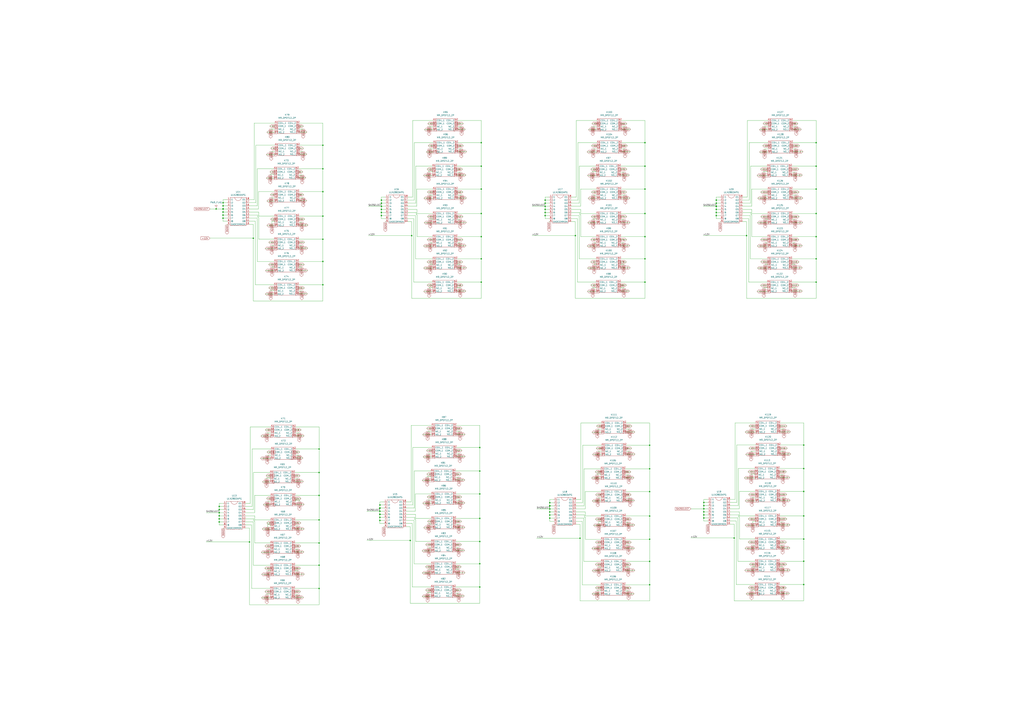
<source format=kicad_sch>
(kicad_sch (version 20211123) (generator eeschema)
  (paper "A1")
  (junction (at 312.039 417.576))
  (junction (at 578.0786 418.1094))
  (junction (at 670.2806 117.2464))
  (junction (at 183.1848 169.164))
  (junction (at 265.2014 214.8586))
  (junction (at 395.2748 194.4878))
  (junction (at 262.0518 464.4898))
  (junction (at 529.717 231.8766))
  (junction (at 670.2806 212.6996))
  (junction (at 313.2328 177.165))
  (junction (at 336.9056 444.2206))
  (junction (at 529.717 212.6996))
  (junction (at 262.0518 407.162))
  (junction (at 177.4952 171.704))
  (junction (at 533.527 404.0378))
  (junction (at 395.2748 117.2464))
  (junction (at 447.7004 167.005))
  (junction (at 602.9452 442.1886))
  (junction (at 313.2582 164.465))
  (junction (at 660.0952 385.1148))
  (junction (at 533.527 461.3656))
  (junction (at 451.485 420.751))
  (junction (at 204.9018 445.4398))
  (junction (at 529.717 175.4632))
  (junction (at 447.675 177.165))
  (junction (at 180.0352 421.3352))
  (junction (at 533.527 385.2418))
  (junction (at 451.5612 415.671))
  (junction (at 660.0952 403.9108))
  (junction (at 180.0352 418.7952))
  (junction (at 660.0952 443.0268))
  (junction (at 529.717 117.2464))
  (junction (at 395.2748 212.6996))
  (junction (at 451.485 423.291))
  (junction (at 447.7004 164.465))
  (junction (at 312.0136 420.116))
  (junction (at 262.0518 446.278))
  (junction (at 312.039 422.656))
  (junction (at 670.2806 194.4878))
  (junction (at 208.0514 195.8086))
  (junction (at 312.0136 425.196))
  (junction (at 312.0136 422.656))
  (junction (at 660.0952 424.0022))
  (junction (at 533.527 424.1292))
  (junction (at 533.527 365.9124))
  (junction (at 588.2386 177.165))
  (junction (at 578.0786 413.004))
  (junction (at 670.2806 175.4632))
  (junction (at 313.2328 174.625))
  (junction (at 394.0556 387.1468))
  (junction (at 313.2582 167.005))
  (junction (at 312.039 415.036))
  (junction (at 588.2386 172.085))
  (junction (at 451.5612 418.2618))
  (junction (at 265.2014 138.7348))
  (junction (at 183.1848 166.624))
  (junction (at 180.0098 423.8752))
  (junction (at 476.377 442.3156))
  (junction (at 670.2806 136.5758))
  (junction (at 338.1248 193.6496))
  (junction (at 262.0518 369.0366))
  (junction (at 394.0556 482.4476))
  (junction (at 262.0518 483.6668))
  (junction (at 394.0556 426.0342))
  (junction (at 395.2748 231.8766))
  (junction (at 312.0136 417.6268))
  (junction (at 670.2806 231.8766))
  (junction (at 262.0518 388.366))
  (junction (at 447.675 172.085))
  (junction (at 394.0556 463.2706))
  (junction (at 588.264 164.465))
  (junction (at 472.567 193.6496))
  (junction (at 180.0098 426.4152))
  (junction (at 588.2386 174.625))
  (junction (at 588.2894 169.545))
  (junction (at 447.675 174.625))
  (junction (at 447.7004 169.5958))
  (junction (at 312.039 417.6014))
  (junction (at 265.2014 196.6468))
  (junction (at 183.1848 171.6786))
  (junction (at 265.2014 157.5308))
  (junction (at 180.0352 416.2552))
  (junction (at 451.5104 413.131))
  (junction (at 451.485 425.831))
  (junction (at 578.0532 425.704))
  (junction (at 395.2748 136.5758))
  (junction (at 265.2014 177.6222))
  (junction (at 588.264 167.005))
  (junction (at 183.1594 174.244))
  (junction (at 660.0952 480.4156))
  (junction (at 313.2836 169.5704))
  (junction (at 183.1848 171.704))
  (junction (at 265.2014 234.0356))
  (junction (at 394.0556 445.0588))
  (junction (at 451.5104 415.671))
  (junction (at 578.0532 420.624))
  (junction (at 183.1594 179.324))
  (junction (at 180.0098 428.9552))
  (junction (at 578.0532 423.164))
  (junction (at 395.2748 175.4632))
  (junction (at 394.0556 405.9428))
  (junction (at 533.527 480.5426))
  (junction (at 312.0136 427.736))
  (junction (at 529.717 194.4878))
  (junction (at 578.0786 415.544))
  (junction (at 313.2328 172.085))
  (junction (at 588.264 169.545))
  (junction (at 262.0518 427.2534))
  (junction (at 660.0952 365.7854))
  (junction (at 533.527 443.1538))
  (junction (at 613.1306 193.6496))
  (junction (at 529.717 155.3718))
  (junction (at 670.2806 155.3718))
  (junction (at 395.2748 155.3718))
  (junction (at 265.2014 119.4054))
  (junction (at 394.0556 367.8174))
  (junction (at 529.717 136.5758))
  (junction (at 660.0952 461.2386))
  (junction (at 183.1594 176.784))
  (wire (pts (xy 352.1202 140.7668) (xy 354.9396 140.843)))
  (wire (pts (xy 616.4072 167.005) (xy 609.8032 167.005)))
  (wire (pts (xy 351.536 372.9482) (xy 354.457 372.8974)))
  (wire (pts (xy 489.0516 426.6946) (xy 493.5728 426.6692)))
  (wire (pts (xy 312.039 417.576) (xy 315.2902 417.576)))
  (wire (pts (xy 489.966 350.1898) (xy 493.8522 350.1898)))
  (wire (pts (xy 605.0534 413.004) (xy 599.6178 413.004)))
  (wire (pts (xy 221.6404 103.6828) (xy 225.5266 103.6828)))
  (wire (pts (xy 628.4976 217.7542) (xy 628.4976 217.0938)))
  (wire (pts (xy 351.1804 486.9434) (xy 353.7712 486.9434)))
  (wire (pts (xy 510.413 160.4518) (xy 513.6388 160.4518)))
  (wire (pts (xy 567.3852 418.1094) (xy 578.0786 418.1094)))
  (wire (pts (xy 624.7384 197.0278) (xy 630.174 197.0278)))
  (wire (pts (xy 640.5626 445.5668) (xy 645.795 445.5922)))
  (wire (pts (xy 640.7912 411.2768) (xy 648.8938 411.2514)))
  (wire (pts (xy 619.8108 480.4156) (xy 604.647 480.4156)))
  (wire (pts (xy 395.2748 175.4632) (xy 395.2748 155.3718)))
  (wire (pts (xy 341.4014 136.5758) (xy 341.4014 167.005)))
  (wire (pts (xy 312.0136 427.736) (xy 315.2902 427.736)))
  (wire (pts (xy 217.805 204.2668) (xy 225.0948 204.2668)))
  (wire (pts (xy 349.631 484.9876) (xy 353.7712 484.9876)))
  (wire (pts (xy 529.717 155.3718) (xy 529.717 136.5758)))
  (wire (pts (xy 242.7732 410.9466) (xy 242.7478 412.242)))
  (wire (pts (xy 510.413 155.3718) (xy 529.717 155.3718)))
  (wire (pts (xy 588.2894 169.545) (xy 588.2894 171.5262)))
  (wire (pts (xy 489.7628 179.8828) (xy 489.7628 180.5432)))
  (wire (pts (xy 205.6384 413.7152) (xy 205.6384 350.774)))
  (wire (pts (xy 347.8784 202.1078) (xy 355.1682 202.1078)))
  (wire (pts (xy 578.0786 418.1094) (xy 578.104 418.1094)))
  (wire (pts (xy 490.9566 409.1178) (xy 493.649 409.1178)))
  (wire (pts (xy 352.2726 468.3252) (xy 352.2726 467.6648)))
  (wire (pts (xy 180.0098 431.4952) (xy 180.0098 428.9552)))
  (wire (pts (xy 347.5736 375.4374) (xy 354.5078 375.4374)))
  (wire (pts (xy 221.742 141.2748) (xy 224.8662 141.2748)))
  (wire (pts (xy 485.8004 157.9372) (xy 489.839 157.9118)))
  (wire (pts (xy 245.6688 204.0128) (xy 252.6538 204.0128)))
  (wire (pts (xy 354.1776 405.9428) (xy 341.1474 405.9428)))
  (wire (pts (xy 316.5094 179.705) (xy 313.2328 179.705)))
  (wire (pts (xy 336.9056 432.816) (xy 336.9056 444.2206)))
  (wire (pts (xy 588.2894 171.5262) (xy 588.2386 172.085)))
  (wire (pts (xy 353.949 445.0588) (xy 341.2998 445.0588)))
  (wire (pts (xy 488.8992 387.731) (xy 493.1918 387.7818)))
  (wire (pts (xy 616.839 370.8654) (xy 620.5474 370.8654)))
  (wire (pts (xy 222.0976 431.673) (xy 222.0976 432.3334)))
  (wire (pts (xy 510.6162 104.0638) (xy 513.5118 104.0638)))
  (wire (pts (xy 338.1248 193.6496) (xy 338.1248 245.1862)))
  (wire (pts (xy 378.8918 122.3264) (xy 378.8918 122.4026)))
  (wire (pts (xy 650.748 217.1192) (xy 650.748 217.7796)))
  (wire (pts (xy 490.6518 485.0384) (xy 493.2426 485.0384)))
  (wire (pts (xy 222.123 160.0708) (xy 225.3234 160.0708)))
  (wire (pts (xy 451.5612 420.243) (xy 451.485 420.751)))
  (wire (pts (xy 612.0384 431.6222) (xy 620.141 431.6222)))
  (wire (pts (xy 641.1214 365.7854) (xy 660.0952 365.7854)))
  (wire (pts (xy 624.8908 178.1048) (xy 630.3264 178.0032)))
  (wire (pts (xy 221.7674 488.1626) (xy 221.7674 488.7468)))
  (wire (pts (xy 183.1594 176.784) (xy 186.436 176.784)))
  (wire (pts (xy 475.8436 136.5758) (xy 475.8436 167.005)))
  (wire (pts (xy 374.6754 433.4002) (xy 381.762 433.4002)))
  (wire (pts (xy 510.1844 197.0278) (xy 514.5786 197.0278)))
  (wire (pts (xy 623.7732 106.6038) (xy 630.6058 106.6038)))
  (wire (pts (xy 475.6912 177.165) (xy 475.6912 212.6996)))
  (wire (pts (xy 620.141 428.4218) (xy 620.141 429.0822)))
  (wire (pts (xy 480.7712 443.1538) (xy 480.7712 425.069)))
  (wire (pts (xy 451.485 425.831) (xy 451.485 423.291)))
  (wire (pts (xy 204.724 179.324) (xy 211.1756 179.324)))
  (wire (pts (xy 225.0948 214.8586) (xy 211.1756 214.8586)))
  (wire (pts (xy 341.249 426.0342) (xy 341.249 422.656)))
  (wire (pts (xy 211.6836 176.784) (xy 211.6836 178.562)))
  (wire (pts (xy 510.0066 239.2426) (xy 516.9154 239.268)))
  (wire (pts (xy 313.2582 171.577) (xy 313.2328 172.085)))
  (wire (pts (xy 378.206 141.7066) (xy 378.206 141.6558)))
  (wire (pts (xy 374.7516 411.0228) (xy 377.9774 411.0228)))
  (wire (pts (xy 512.3434 199.6186) (xy 512.3434 199.5678)))
  (wire (pts (xy 486.8418 236.3724) (xy 489.4326 236.3724)))
  (wire (pts (xy 351.4852 411.0228) (xy 354.1776 411.0228)))
  (wire (pts (xy 493.9792 365.9124) (xy 478.4852 365.9124)))
  (wire (pts (xy 513.7658 392.6078) (xy 520.6238 392.6078)))
  (wire (pts (xy 476.377 493.8522) (xy 533.527 493.8522)))
  (wire (pts (xy 347.1672 357.2002) (xy 354.3808 357.1748)))
  (wire (pts (xy 630.3264 179.8828) (xy 630.3264 180.5432)))
  (wire (pts (xy 611.378 392.7348) (xy 619.76 392.7348)))
  (wire (pts (xy 591.5152 182.245) (xy 591.5152 182.7784)))
  (wire (pts (xy 183.1848 164.1094) (xy 183.1848 166.624)))
  (wire (pts (xy 380.492 101.5492) (xy 376.6566 101.5238)))
  (wire (pts (xy 223.266 201.7268) (xy 225.0948 201.7268)))
  (wire (pts (xy 183.1594 179.324) (xy 183.1594 176.784)))
  (wire (pts (xy 510.7432 124.6124) (xy 517.6266 124.5616)))
  (wire (pts (xy 588.264 169.545) (xy 588.2894 169.545)))
  (wire (pts (xy 476.1992 174.625) (xy 476.1992 176.403)))
  (wire (pts (xy 578.0532 428.244) (xy 578.0532 425.704)))
  (wire (pts (xy 630.174 212.6996) (xy 616.2548 212.6996)))
  (wire (pts (xy 493.2426 485.0384) (xy 493.2426 485.6226)))
  (wire (pts (xy 660.0952 385.1148) (xy 660.0952 365.7854)))
  (wire (pts (xy 588.264 161.9504) (xy 588.264 164.465)))
  (wire (pts (xy 604.647 480.4156) (xy 604.647 428.244)))
  (wire (pts (xy 618.1852 428.4218) (xy 618.1852 430.1236)))
  (wire (pts (xy 486.2322 355.2698) (xy 493.8522 355.2698)))
  (wire (pts (xy 225.3234 157.5308) (xy 212.2932 157.5308)))
  (wire (pts (xy 245.9736 410.9466) (xy 242.7732 410.9466)))
  (wire (pts (xy 451.5612 418.2618) (xy 454.7616 418.211)))
  (wire (pts (xy 208.0514 247.3452) (xy 265.2014 247.3452)))
  (wire (pts (xy 642.7978 485.4956) (xy 640.3848 485.4956)))
  (wire (pts (xy 354.457 372.8974) (xy 354.5078 372.8974)))
  (wire (pts (xy 513.7658 387.7818) (xy 518.0838 387.7818)))
  (wire (pts (xy 655.2438 101.5492) (xy 651.6624 101.5238)))
  (wire (pts (xy 640.715 426.5422) (xy 646.2014 426.5422)))
  (wire (pts (xy 374.3452 484.9876) (xy 378.8156 484.9876)))
  (wire (pts (xy 454.7616 428.371) (xy 451.485 428.371)))
  (wire (pts (xy 246.1006 106.2228) (xy 248.9962 106.2228)))
  (wire (pts (xy 376.682 450.1896) (xy 376.682 450.1388)))
  (wire (pts (xy 515.9502 465.7852) (xy 513.9944 465.7852)))
  (wire (pts (xy 486.4862 411.6832) (xy 493.649 411.6578)))
  (wire (pts (xy 350.5962 389.6868) (xy 353.7204 389.6868)))
  (wire (pts (xy 222.504 369.0366) (xy 207.01 369.0366)))
  (wire (pts (xy 447.7004 164.465) (xy 447.7004 167.005)))
  (wire (pts (xy 242.7478 409.702) (xy 247.142 409.7782)))
  (wire (pts (xy 627.38 104.0892) (xy 627.38 104.0638)))
  (wire (pts (xy 533.527 404.0378) (xy 533.527 385.2418)))
  (wire (pts (xy 246.5832 103.6828) (xy 246.1006 103.6828)))
  (wire (pts (xy 222.0468 143.002) (xy 222.0468 143.891)))
  (wire (pts (xy 374.523 467.6902) (xy 374.523 468.3506)))
  (wire (pts (xy 350.1644 124.8664) (xy 355.727 124.8664)))
  (wire (pts (xy 630.3264 175.4632) (xy 617.474 175.4632)))
  (wire (pts (xy 615.1372 368.4016) (xy 620.5474 368.3254)))
  (wire (pts (xy 451.5104 410.6164) (xy 451.5104 413.131)))
  (wire (pts (xy 222.3262 239.268) (xy 222.3262 238.5314)))
  (wire (pts (xy 577.4944 193.6496) (xy 613.1306 193.6496)))
  (wire (pts (xy 451.5612 420.243) (xy 451.5612 418.2618)))
  (wire (pts (xy 218.8972 392.6332) (xy 218.8972 393.5222)))
  (wire (pts (xy 609.8032 172.085) (xy 617.474 172.085)))
  (wire (pts (xy 617.22 484.9114) (xy 619.8108 484.9114)))
  (wire (pts (xy 588.264 169.545) (xy 588.2894 169.5704)))
  (wire (pts (xy 352.3742 104.0892) (xy 352.3742 104.0638)))
  (wire (pts (xy 619.76 385.1148) (xy 606.2218 385.1148)))
  (wire (pts (xy 482.7778 183.0832) (xy 489.7628 183.0832)))
  (wire (pts (xy 591.5152 179.705) (xy 588.2386 179.705)))
  (wire (pts (xy 265.2014 119.4054) (xy 265.2014 101.1428)))
  (wire (pts (xy 482.1936 124.841) (xy 490.1692 124.8664)))
  (wire (pts (xy 375.7422 201.8538) (xy 382.7272 201.8538)))
  (wire (pts (xy 348.0054 220.3196) (xy 355.1682 220.3196)))
  (wire (pts (xy 352.7044 160.4518) (xy 355.3968 160.4518)))
  (wire (pts (xy 650.9004 180.5432) (xy 653.034 180.5432)))
  (wire (pts (xy 262.0518 407.162) (xy 262.0518 388.366)))
  (wire (pts (xy 204.724 176.784) (xy 211.6836 176.784)))
  (wire (pts (xy 245.6688 374.1166) (xy 245.6688 374.1928)))
  (wire (pts (xy 244.983 393.4968) (xy 244.983 393.446)))
  (wire (pts (xy 641.1214 370.8654) (xy 643.7122 370.8654)))
  (wire (pts (xy 588.2386 172.085) (xy 591.5152 172.085)))
  (wire (pts (xy 620.141 428.4218) (xy 618.1852 428.4218)))
  (wire (pts (xy 219.5322 374.1674) (xy 222.4532 374.1166)))
  (wire (pts (xy 216.3064 414.782) (xy 222.1738 414.782)))
  (wire (pts (xy 643.9916 408.9908) (xy 640.7912 408.9908)))
  (wire (pts (xy 246.1006 108.5088) (xy 252.0696 108.4834)))
  (wire (pts (xy 374.7516 413.3088) (xy 381.7112 413.3088)))
  (wire (pts (xy 476.9612 194.4878) (xy 476.9612 176.403)))
  (wire (pts (xy 617.1946 352.6282) (xy 617.1946 352.6028)))
  (wire (pts (xy 220.2688 469.5444) (xy 220.2688 468.884)))
  (wire (pts (xy 611.8606 450.6976) (xy 619.9886 450.6468)))
  (wire (pts (xy 342.3666 155.3718) (xy 342.3666 169.545)))
  (wire (pts (xy 512.6482 141.7066) (xy 512.6482 141.6558)))
  (wire (pts (xy 341.757 174.625) (xy 341.757 176.403)))
  (wire (pts (xy 619.76 389.382) (xy 619.76 390.1948)))
  (wire (pts (xy 245.491 234.0356) (xy 265.2014 234.0356)))
  (wire (pts (xy 376.4788 467.6902) (xy 374.523 467.6902)))
  (wire (pts (xy 482.473 239.4966) (xy 489.4326 239.4966)))
  (wire (pts (xy 333.5782 422.656) (xy 341.249 422.656)))
  (wire (pts (xy 186.436 164.084) (xy 183.1848 164.1094)))
  (wire (pts (xy 242.2906 388.366) (xy 262.0518 388.366)))
  (wire (pts (xy 374.7516 405.9428) (xy 394.0556 405.9428)))
  (wire (pts (xy 222.3262 238.5314) (xy 224.917 238.5314)))
  (wire (pts (xy 375.4374 352.0948) (xy 374.9548 352.0948)))
  (wire (pts (xy 533.527 424.1292) (xy 533.527 404.0378)))
  (wire (pts (xy 621.792 144.1704) (xy 629.9454 144.1958)))
  (wire (pts (xy 183.1594 176.784) (xy 183.1594 174.244)))
  (wire (pts (xy 627.126 140.843) (xy 627.126 141.732)))
  (wire (pts (xy 394.0556 482.4476) (xy 394.0556 463.2706)))
  (wire (pts (xy 354.9396 136.5758) (xy 341.4014 136.5758)))
  (wire (pts (xy 349.631 447.5988) (xy 353.949 447.5988)))
  (wire (pts (xy 486.6894 373.5324) (xy 493.9792 373.5324)))
  (wire (pts (xy 447.7004 167.005) (xy 447.7004 169.5958)))
  (wire (pts (xy 209.2452 427.2534) (xy 209.2452 423.8752)))
  (wire (pts (xy 375.9708 157.9118) (xy 380.1872 157.9118)))
  (wire (pts (xy 485.2924 234.4166) (xy 489.4326 234.4166)))
  (wire (pts (xy 338.1248 245.1862) (xy 395.2748 245.1862)))
  (wire (pts (xy 220.6752 217.3986) (xy 225.0948 217.3986)))
  (wire (pts (xy 614.5784 426.5422) (xy 620.141 426.5422)))
  (wire (pts (xy 346.9132 470.8906) (xy 353.949 470.8906)))
  (wire (pts (xy 221.9452 446.278) (xy 209.296 446.278)))
  (wire (pts (xy 242.5192 468.9094) (xy 242.5192 469.5698)))
  (wire (pts (xy 514.1468 424.1292) (xy 533.527 424.1292)))
  (wire (pts (xy 340.1822 417.576) (xy 333.5782 417.576)))
  (wire (pts (xy 454.7616 430.911) (xy 454.7616 431.4444)))
  (wire (pts (xy 262.0518 483.6668) (xy 262.0518 464.4898)))
  (wire (pts (xy 215.4428 434.7972) (xy 222.0976 434.8734)))
  (wire (pts (xy 626.4656 119.7864) (xy 630.7328 119.7864)))
  (wire (pts (xy 242.5192 467.0298) (xy 246.7102 467.0298)))
  (wire (pts (xy 394.0556 405.9428) (xy 394.0556 387.1468)))
  (wire (pts (xy 183.2864 413.7152) (xy 180.0352 413.7406)))
  (wire (pts (xy 654.177 160.4518) (xy 650.9766 160.4518)))
  (wire (pts (xy 315.2902 430.276) (xy 312.0136 430.276)))
  (wire (pts (xy 242.5192 471.8558) (xy 249.8852 471.8558)))
  (wire (pts (xy 624.6876 234.5436) (xy 629.9962 234.4166)))
  (wire (pts (xy 347.8276 144.1958) (xy 354.9396 144.1958)))
  (wire (pts (xy 615.2388 164.465) (xy 609.8032 164.465)))
  (wire (pts (xy 512.4196 236.3724) (xy 512.4196 237.0328)))
  (wire (pts (xy 514.9596 350.1898) (xy 514.4262 350.1898)))
  (wire (pts (xy 246.2276 126.7714) (xy 251.9426 126.7714)))
  (wire (pts (xy 247.8278 201.7268) (xy 245.6688 201.7268)))
  (wire (pts (xy 653.2118 141.6558) (xy 650.5194 141.6558)))
  (wire (pts (xy 180.0352 416.2552) (xy 180.0352 418.7952)))
  (wire (pts (xy 346.837 394.7668) (xy 353.7204 394.7668)))
  (wire (pts (xy 450.9516 179.705) (xy 447.675 179.705)))
  (wire (pts (xy 375.0818 367.8174) (xy 394.0556 367.8174)))
  (wire (pts (xy 208.1784 418.7952) (xy 201.5744 418.7952)))
  (wire (pts (xy 354.9904 236.3724) (xy 354.9904 236.9566)))
  (wire (pts (xy 220.7768 236.5756) (xy 224.917 236.5756)))
  (wire (pts (xy 510.3368 182.8292) (xy 517.4234 182.8292)))
  (wire (pts (xy 374.523 452.4248) (xy 381.508 452.4248)))
  (wire (pts (xy 514.223 406.5778) (xy 518.287 406.5778)))
  (wire (pts (xy 489.7628 175.4632) (xy 476.9104 175.4632)))
  (wire (pts (xy 351.1296 178.0032) (xy 355.3206 178.0032)))
  (wire (pts (xy 486.5624 140.843) (xy 489.3818 140.843)))
  (wire (pts (xy 312.0136 417.6268) (xy 312.0136 420.116)))
  (wire (pts (xy 219.3036 371.5766) (xy 222.504 371.5766)))
  (wire (pts (xy 618.3122 466.2932) (xy 618.3122 465.6328)))
  (wire (pts (xy 642.5184 465.582) (xy 640.5626 465.582)))
  (wire (pts (xy 208.788 101.1428) (xy 225.5266 101.1428)))
  (wire (pts (xy 440.817 418.2364) (xy 451.5612 418.2618)))
  (wire (pts (xy 486.156 101.5238) (xy 490.0422 101.5238)))
  (wire (pts (xy 183.1594 181.864) (xy 183.1594 179.324)))
  (wire (pts (xy 313.2328 177.165) (xy 313.2328 174.625)))
  (wire (pts (xy 224.917 238.5314) (xy 224.917 239.1156)))
  (wire (pts (xy 614.8832 406.4762) (xy 620.2172 406.4508)))
  (wire (pts (xy 213.9696 376.682) (xy 222.504 376.6566)))
  (wire (pts (xy 489.6104 217.0938) (xy 489.6104 217.7796)))
  (wire (pts (xy 514.223 411.4038) (xy 521.0556 411.3784)))
  (wire (pts (xy 214.8078 491.2868) (xy 221.7674 491.2868)))
  (wire (pts (xy 622.1222 183.0832) (xy 630.3264 183.0832)))
  (wire (pts (xy 245.8212 182.7022) (xy 247.9548 182.7022)))
  (wire (pts (xy 493.649 404.0378) (xy 480.6188 404.0378)))
  (wire (pts (xy 183.1848 171.6786) (xy 183.1848 171.704)))
  (wire (pts (xy 578.0786 418.084) (xy 581.3298 418.084)))
  (wire (pts (xy 515.2136 119.8372) (xy 510.7432 119.7864)))
  (wire (pts (xy 514.223 404.0378) (xy 533.527 404.0378)))
  (wire (pts (xy 670.2806 98.9838) (xy 651.1798 98.9838)))
  (wire (pts (xy 338.6074 430.276) (xy 333.5782 430.276)))
  (wire (pts (xy 243.078 376.4026) (xy 248.793 376.4026)))
  (wire (pts (xy 242.6716 434.6194) (xy 249.7582 434.6194)))
  (wire (pts (xy 201.5744 428.9552) (xy 208.026 428.9552)))
  (wire (pts (xy 447.675 174.625) (xy 447.675 172.085)))
  (wire (pts (xy 606.5774 423.164) (xy 606.5774 424.942)))
  (wire (pts (xy 512.4196 236.3724) (xy 510.0066 236.3724)))
  (wire (pts (xy 223.4184 219.9132) (xy 223.4184 219.2528)))
  (wire (pts (xy 377.9774 236.1946) (xy 375.5644 236.1946)))
  (wire (pts (xy 353.7712 486.9434) (xy 353.7712 487.5276)))
  (wire (pts (xy 474.2688 179.705) (xy 469.2396 179.705)))
  (wire (pts (xy 510.3368 178.0032) (xy 514.6802 178.0032)))
  (wire (pts (xy 183.2864 434.0352) (xy 183.2864 434.5686)))
  (wire (pts (xy 355.1682 194.4878) (xy 342.519 194.4878)))
  (wire (pts (xy 183.2864 431.4952) (xy 180.0098 431.4952)))
  (wire (pts (xy 222.758 124.4854) (xy 222.758 124.5108)))
  (wire (pts (xy 242.7478 407.162) (xy 262.0518 407.162)))
  (wire (pts (xy 650.5194 136.5758) (xy 670.2806 136.5758)))
  (wire (pts (xy 375.7422 194.4878) (xy 395.2748 194.4878)))
  (wire (pts (xy 627.4054 236.3724) (xy 629.9962 236.3724)))
  (wire (pts (xy 180.0352 421.3352) (xy 183.2864 421.3352)))
  (wire (pts (xy 247.904 239.1156) (xy 245.491 239.1156)))
  (wire (pts (xy 375.5136 136.5758) (xy 395.2748 136.5758)))
  (wire (pts (xy 219.4814 412.242) (xy 222.1738 412.242)))
  (wire (pts (xy 617.5248 408.9908) (xy 620.2172 408.9908)))
  (wire (pts (xy 249.2248 121.9454) (xy 246.2276 121.9454)))
  (wire (pts (xy 670.2806 117.2464) (xy 670.2806 98.9838)))
  (wire (pts (xy 220.2688 468.884) (xy 221.9452 468.884)))
  (wire (pts (xy 183.1594 174.244) (xy 186.436 174.244)))
  (wire (pts (xy 379.4252 370.332) (xy 375.0818 370.3574)))
  (wire (pts (xy 493.1918 385.2418) (xy 479.6536 385.2418)))
  (wire (pts (xy 480.0092 423.291) (xy 480.0092 425.069)))
  (wire (pts (xy 660.0952 403.9108) (xy 660.0952 385.1148)))
  (wire (pts (xy 219.9894 430.5046) (xy 222.0976 431.673)))
  (wire (pts (xy 180.0352 416.2552) (xy 183.2864 416.2552)))
  (wire (pts (xy 617.3724 169.545) (xy 609.8032 169.545)))
  (wire (pts (xy 218.9734 409.702) (xy 222.1738 409.702)))
  (wire (pts (xy 354.9396 140.843) (xy 354.9396 141.6558)))
  (wire (pts (xy 212.2932 157.5308) (xy 212.2932 171.704)))
  (wire (pts (xy 447.675 177.165) (xy 450.9516 177.165)))
  (wire (pts (xy 375.8946 178.0032) (xy 380.238 178.0032)))
  (wire (pts (xy 493.5728 424.1292) (xy 480.7204 424.1292)))
  (wire (pts (xy 533.527 493.8522) (xy 533.527 480.5426)))
  (wire (pts (xy 352.1202 450.1896) (xy 352.1202 450.1388)))
  (wire (pts (xy 619.9886 443.0268) (xy 607.3394 443.0268)))
  (wire (pts (xy 221.9452 464.4898) (xy 208.026 464.4898)))
  (wire (pts (xy 650.5194 143.9418) (xy 658.876 143.9418)))
  (wire (pts (xy 490.3724 389.509) (xy 490.3724 390.398)))
  (wire (pts (xy 242.3414 483.6668) (xy 262.0518 483.6668)))
  (wire (pts (xy 603.6818 410.464) (xy 603.6818 347.5228)))
  (wire (pts (xy 378.206 141.6558) (xy 375.5136 141.6558)))
  (wire (pts (xy 510.1844 212.6996) (xy 529.717 212.6996)))
  (wire (pts (xy 245.5164 236.5756) (xy 245.491 236.5756)))
  (wire (pts (xy 340.5378 425.196) (xy 340.5378 426.974)))
  (wire (pts (xy 514.223 409.1178) (xy 517.4742 409.1178)))
  (wire (pts (xy 204.724 184.404) (xy 208.0514 184.404)))
  (wire (pts (xy 511.0988 101.5238) (xy 510.6162 101.5238)))
  (wire (pts (xy 375.5644 231.8766) (xy 395.2748 231.8766)))
  (wire (pts (xy 650.9766 157.9118) (xy 656.2598 157.9118)))
  (wire (pts (xy 312.0136 420.116) (xy 315.2902 420.116)))
  (wire (pts (xy 215.6206 395.986) (xy 221.7166 395.986)))
  (wire (pts (xy 487.934 217.0938) (xy 489.6104 217.0938)))
  (wire (pts (xy 180.0352 418.7952) (xy 183.2864 418.7952)))
  (wire (pts (xy 493.9284 370.9924) (xy 493.9792 370.9924)))
  (wire (pts (xy 660.0952 493.7252) (xy 660.0952 480.4156)))
  (wire (pts (xy 242.3414 491.0328) (xy 249.2502 491.0582)))
  (wire (pts (xy 599.6178 410.464) (xy 603.6818 410.464)))
  (wire (pts (xy 447.675 177.165) (xy 447.675 174.625)))
  (wire (pts (xy 533.527 385.2418) (xy 533.527 365.9124)))
  (wire (pts (xy 616.7628 176.403) (xy 617.5248 176.403)))
  (wire (pts (xy 640.715 431.3682) (xy 648.7668 431.3682)))
  (wire (pts (xy 225.2472 182.7022) (xy 225.2472 181.6608)))
  (wire (pts (xy 374.3452 487.5276) (xy 376.7836 487.5276)))
  (wire (pts (xy 578.0532 425.704) (xy 581.3298 425.704)))
  (wire (pts (xy 650.5702 239.2426) (xy 658.8506 239.2934)))
  (wire (pts (xy 342.3666 169.545) (xy 334.7974 169.545)))
  (wire (pts (xy 246.2276 119.4054) (xy 265.2014 119.4054)))
  (wire (pts (xy 242.5192 453.644) (xy 249.5042 453.644)))
  (wire (pts (xy 640.7912 406.4508) (xy 646.0744 406.4508)))
  (wire (pts (xy 225.6536 124.4854) (xy 222.758 124.4854)))
  (wire (pts (xy 588.2386 174.625) (xy 588.2386 172.085)))
  (wire (pts (xy 660.0952 480.4156) (xy 660.0952 461.2386)))
  (wire (pts (xy 510.1844 201.8538) (xy 517.1694 201.8538)))
  (wire (pts (xy 312.0136 420.116) (xy 312.039 422.656)))
  (wire (pts (xy 375.7168 234.4166) (xy 380.1364 234.4674)))
  (wire (pts (xy 208.534 426.4152) (xy 208.534 428.1932)))
  (wire (pts (xy 670.2806 245.1862) (xy 670.2806 231.8766)))
  (wire (pts (xy 650.5702 236.347) (xy 650.5702 236.9566)))
  (wire (pts (xy 622.0206 202.1078) (xy 630.174 202.1078)))
  (wire (pts (xy 247.6246 219.9894) (xy 247.6246 219.2782)))
  (wire (pts (xy 316.5094 161.925) (xy 313.2582 161.9504)))
  (wire (pts (xy 352.2726 467.6648) (xy 353.949 467.6648)))
  (wire (pts (xy 376.301 117.2464) (xy 395.2748 117.2464)))
  (wire (pts (xy 474.2688 231.8766) (xy 474.2688 179.705)))
  (wire (pts (xy 469.2396 161.925) (xy 473.3036 161.925)))
  (wire (pts (xy 628.3452 199.5678) (xy 630.174 199.5678)))
  (wire (pts (xy 510.1844 217.1192) (xy 510.1844 217.7796)))
  (wire (pts (xy 640.334 392.4808) (xy 648.589 392.5062)))
  (wire (pts (xy 451.485 423.291) (xy 451.485 420.751)))
  (wire (pts (xy 454.7616 410.591) (xy 451.5104 410.6164)))
  (wire (pts (xy 183.1848 166.624) (xy 186.436 166.624)))
  (wire (pts (xy 375.8946 175.4632) (xy 395.2748 175.4632)))
  (wire (pts (xy 493.2426 480.5426) (xy 478.0788 480.5426)))
  (wire (pts (xy 377.9012 199.5678) (xy 375.7422 199.5678)))
  (wire (pts (xy 394.0556 349.5548) (xy 374.9548 349.5548)))
  (wire (pts (xy 180.0098 426.4152) (xy 183.2864 426.4152)))
  (wire (pts (xy 375.9708 162.7378) (xy 383.0066 162.687)))
  (wire (pts (xy 222.1738 407.162) (xy 209.1436 407.162)))
  (wire (pts (xy 612.0638 355.1428) (xy 620.4204 355.1428)))
  (wire (pts (xy 624.84 215.138) (xy 630.174 215.2396)))
  (wire (pts (xy 210.1596 166.624) (xy 204.724 166.624)))
  (wire (pts (xy 602.9452 442.1886) (xy 602.9452 493.7252)))
  (wire (pts (xy 204.724 164.084) (xy 208.788 164.084)))
  (wire (pts (xy 375.7422 212.6996) (xy 395.2748 212.6996)))
  (wire (pts (xy 620.2172 403.9108) (xy 607.187 403.9108)))
  (wire (pts (xy 650.5956 234.4166) (xy 656.082 234.4674)))
  (wire (pts (xy 204.724 174.244) (xy 212.3948 174.244)))
  (wire (pts (xy 349.5294 465.8106) (xy 353.949 465.8106)))
  (wire (pts (xy 245.6688 217.3986) (xy 249.8598 217.3986)))
  (wire (pts (xy 395.2748 231.8766) (xy 395.2748 212.6996)))
  (wire (pts (xy 618.3122 465.6328) (xy 619.9886 465.6328)))
  (wire (pts (xy 612.8512 488.0356) (xy 619.8108 488.0356)))
  (wire (pts (xy 477.1136 347.6498) (xy 493.8522 347.6498)))
  (wire (pts (xy 201.5744 434.0352) (xy 204.9018 434.0352)))
  (wire (pts (xy 346.8116 490.0676) (xy 353.7712 490.0676)))
  (wire (pts (xy 242.3414 486.2068) (xy 246.7864 486.2068)))
  (wire (pts (xy 376.301 124.6124) (xy 383.1844 124.587)))
  (wire (pts (xy 374.2944 389.6868) (xy 378.7902 389.6614)))
  (wire (pts (xy 339.8266 231.8766) (xy 339.8266 179.705)))
  (wire (pts (xy 208.1784 388.366) (xy 208.1784 418.7952)))
  (wire (pts (xy 533.527 480.5426) (xy 533.527 461.3656)))
  (wire (pts (xy 651.1798 106.3498) (xy 658.0632 106.3498)))
  (wire (pts (xy 218.7956 127) (xy 225.6536 127.0254)))
  (wire (pts (xy 478.0788 428.371) (xy 473.0496 428.371)))
  (wire (pts (xy 333.5782 425.196) (xy 340.5378 425.196)))
  (wire (pts (xy 313.2328 174.625) (xy 313.2328 172.085)))
  (wire (pts (xy 480.0092 425.069) (xy 480.7712 425.069)))
  (wire (pts (xy 375.5644 236.1946) (xy 375.5644 236.9566)))
  (wire (pts (xy 244.983 393.446) (xy 242.2906 393.446)))
  (wire (pts (xy 643.7122 370.8654) (xy 643.7122 370.9416)))
  (wire (pts (xy 214.6554 453.898) (xy 221.9452 453.898)))
  (wire (pts (xy 218.8464 146.3802) (xy 224.8662 146.3548)))
  (wire (pts (xy 619.9886 461.2386) (xy 606.0694 461.2386)))
  (wire (pts (xy 394.0556 463.2706) (xy 394.0556 445.0588)))
  (wire (pts (xy 513.9944 445.6938) (xy 518.3886 445.6938)))
  (wire (pts (xy 245.6688 219.2782) (xy 245.6688 219.9386)))
  (wire (pts (xy 315.2902 412.496) (xy 312.039 412.5214)))
  (wire (pts (xy 478.4852 413.131) (xy 473.0496 413.131)))
  (wire (pts (xy 588.2894 169.545) (xy 591.5152 169.545)))
  (wire (pts (xy 351.7646 119.8118) (xy 355.727 119.7864)))
  (wire (pts (xy 339.0138 415.036) (xy 333.5782 415.036)))
  (wire (pts (xy 265.2014 247.3452) (xy 265.2014 234.0356)))
  (wire (pts (xy 451.485 425.831) (xy 454.7616 425.831)))
  (wire (pts (xy 350.9772 408.4828) (xy 354.1776 408.4828)))
  (wire (pts (xy 588.264 167.005) (xy 588.264 169.545)))
  (wire (pts (xy 177.4952 170.9674) (xy 177.4952 171.704)))
  (wire (pts (xy 352.3742 104.0638) (xy 355.6 104.0638)))
  (wire (pts (xy 346.6592 452.6788) (xy 353.949 452.6788)))
  (wire (pts (xy 630.7328 117.2464) (xy 615.2388 117.2464)))
  (wire (pts (xy 652.907 199.6186) (xy 652.907 199.5678)))
  (wire (pts (xy 670.2806 194.4878) (xy 670.2806 175.4632)))
  (wire (pts (xy 486.283 488.1626) (xy 493.2426 488.1626)))
  (wire (pts (xy 469.2396 182.245) (xy 472.567 182.245)))
  (wire (pts (xy 341.1474 420.116) (xy 333.5782 420.116)))
  (wire (pts (xy 312.039 415.036) (xy 312.039 417.576)))
  (wire (pts (xy 599.6178 420.624) (xy 607.2886 420.624)))
  (wire (pts (xy 514.1468 426.6692) (xy 518.4902 426.6692)))
  (wire (pts (xy 473.0496 425.831) (xy 479.5012 425.831)))
  (wire (pts (xy 380.5682 119.8118) (xy 376.301 119.7864)))
  (wire (pts (xy 395.2748 98.9838) (xy 376.174 98.9838)))
  (wire (pts (xy 513.9944 463.9056) (xy 518.1854 463.9056)))
  (wire (pts (xy 350.3422 370.3574) (xy 354.5078 370.3574)))
  (wire (pts (xy 629.9962 231.8766) (xy 614.8324 231.8766)))
  (wire (pts (xy 245.6688 199.1868) (xy 250.063 199.1868)))
  (wire (pts (xy 447.7004 164.465) (xy 450.9516 164.465)))
  (wire (pts (xy 180.0098 428.9552) (xy 183.2864 428.9552)))
  (wire (pts (xy 222.3008 106.2228) (xy 225.5266 106.2228)))
  (wire (pts (xy 616.9406 389.382) (xy 616.9406 390.271)))
  (wire (pts (xy 486.8164 104.0638) (xy 490.0422 104.0638)))
  (wire (pts (xy 206.6036 483.6668) (xy 206.6036 431.4952)))
  (wire (pts (xy 223.4184 219.2528) (xy 225.0948 219.2528)))
  (wire (pts (xy 607.187 418.084) (xy 599.6178 418.084)))
  (wire (pts (xy 478.0788 480.5426) (xy 478.0788 428.371)))
  (wire (pts (xy 374.2944 387.1468) (xy 394.0556 387.1468)))
  (wire (pts (xy 245.4402 146.1008) (xy 251.079 146.05)))
  (wire (pts (xy 613.8672 161.925) (xy 613.8672 98.9838)))
  (wire (pts (xy 374.6754 431.1142) (xy 376.809 431.1142)))
  (wire (pts (xy 374.523 445.0588) (xy 394.0556 445.0588)))
  (wire (pts (xy 640.9944 352.6028) (xy 643.89 352.6028)))
  (wire (pts (xy 211.6836 178.562) (xy 212.4456 178.562)))
  (wire (pts (xy 245.9736 410.9466) (xy 245.9482 412.2928)))
  (wire (pts (xy 489.7628 179.8828) (xy 487.3244 179.8828)))
  (wire (pts (xy 248.9962 106.2228) (xy 248.9962 106.2482)))
  (wire (pts (xy 374.523 463.2706) (xy 394.0556 463.2706)))
  (wire (pts (xy 476.9104 175.4632) (xy 476.9104 172.085)))
  (wire (pts (xy 224.8662 143.002) (xy 224.8662 143.8148)))
  (wire (pts (xy 333.5782 427.736) (xy 340.0298 427.736)))
  (wire (pts (xy 578.0786 413.004) (xy 578.0786 415.544)))
  (wire (pts (xy 627.126 140.843) (xy 629.9454 140.843)))
  (wire (pts (xy 472.567 182.245) (xy 472.567 193.6496)))
  (wire (pts (xy 242.6716 429.7934) (xy 247.015 429.7934)))
  (wire (pts (xy 338.8614 98.9838) (xy 355.6 98.9838)))
  (wire (pts (xy 529.717 136.5758) (xy 529.717 117.2464)))
  (wire (pts (xy 578.0532 423.164) (xy 578.0532 420.624)))
  (wire (pts (xy 209.7532 181.864) (xy 204.724 181.864)))
  (wire (pts (xy 209.1436 421.3352) (xy 201.5744 421.3352)))
  (wire (pts (xy 265.2014 196.6468) (xy 265.2014 177.6222)))
  (wire (pts (xy 650.9004 182.8292) (xy 659.1808 182.8292)))
  (wire (pts (xy 643.0264 390.2456) (xy 643.0264 390.1948)))
  (wire (pts (xy 615.188 350.0882) (xy 620.4204 350.0628)))
  (wire (pts (xy 355.3206 179.8828) (xy 355.3206 180.5432)))
  (wire (pts (xy 313.2328 174.625) (xy 316.5094 174.625)))
  (wire (pts (xy 245.4402 138.7348) (xy 265.2014 138.7348)))
  (wire (pts (xy 581.3298 430.784) (xy 581.3298 431.3174)))
  (wire (pts (xy 377.8504 354.6348) (xy 377.8504 354.6602)))
  (wire (pts (xy 334.7974 177.165) (xy 341.249 177.165)))
  (wire (pts (xy 316.5094 182.245) (xy 316.5094 182.7784)))
  (wire (pts (xy 650.9004 178.0032) (xy 656.2852 178.054)))
  (wire (pts (xy 376.174 104.0638) (xy 379.0696 104.0638)))
  (wire (pts (xy 491.5916 448.2846) (xy 491.5916 448.2338)))
  (wire (pts (xy 578.0786 415.544) (xy 581.3298 415.544)))
  (wire (pts (xy 479.6536 385.2418) (xy 479.6536 415.671)))
  (wire (pts (xy 186.436 181.864) (xy 183.1594 181.864)))
  (wire (pts (xy 312.039 415.036) (xy 315.2902 415.036)))
  (wire (pts (xy 588.2386 179.705) (xy 588.2386 177.165)))
  (wire (pts (xy 217.9574 241.6556) (xy 224.917 241.6556)))
  (wire (pts (xy 510.0066 236.3724) (xy 510.0066 236.9566)))
  (wire (pts (xy 355.6762 122.3264) (xy 355.727 122.3264)))
  (wire (pts (xy 473.0496 420.751) (xy 480.7204 420.751)))
  (wire (pts (xy 487.5276 431.7492) (xy 493.5728 431.7492)))
  (wire (pts (xy 218.8972 392.6332) (xy 221.7166 392.6332)))
  (wire (pts (xy 313.2582 171.577) (xy 313.2836 169.5704)))
  (wire (pts (xy 642.7978 485.4956) (xy 642.7978 485.5718)))
  (wire (pts (xy 214.9094 472.1098) (xy 221.9452 472.1098)))
  (wire (pts (xy 627.38 104.0638) (xy 630.6058 104.0638)))
  (wire (pts (xy 490.6264 352.7298) (xy 493.8522 352.7298)))
  (wire (pts (xy 450.9516 161.925) (xy 447.7004 161.9504)))
  (wire (pts (xy 472.567 245.1862) (xy 529.717 245.1862)))
  (wire (pts (xy 469.2396 177.165) (xy 475.6912 177.165)))
  (wire (pts (xy 513.8166 480.5426) (xy 533.527 480.5426)))
  (wire (pts (xy 529.717 231.8766) (xy 529.717 212.6996)))
  (wire (pts (xy 211.328 138.7348) (xy 211.328 169.164)))
  (wire (pts (xy 609.8032 182.245) (xy 613.1306 182.245)))
  (wire (pts (xy 480.6188 418.211) (xy 473.0496 418.211)))
  (wire (pts (xy 375.5136 139.1158) (xy 379.8062 139.1158)))
  (wire (pts (xy 183.1848 166.624) (xy 183.1848 169.164)))
  (wire (pts (xy 214.3252 358.394) (xy 222.377 358.394)))
  (wire (pts (xy 447.7004 169.5958) (xy 450.9516 169.545)))
  (wire (pts (xy 602.9452 430.784) (xy 602.9452 442.1886)))
  (wire (pts (xy 341.249 177.165) (xy 341.249 212.6996)))
  (wire (pts (xy 640.5626 443.0268) (xy 660.0952 443.0268)))
  (wire (pts (xy 352.1202 140.7668) (xy 352.1202 141.732)))
  (wire (pts (xy 599.6178 425.704) (xy 606.0694 425.704)))
  (wire (pts (xy 619.9886 465.6328) (xy 619.9886 466.3186)))
  (wire (pts (xy 629.9454 136.5758) (xy 616.4072 136.5758)))
  (wire (pts (xy 204.9018 434.0352) (xy 204.9018 445.4398)))
  (wire (pts (xy 338.1248 182.245) (xy 338.1248 193.6496)))
  (wire (pts (xy 613.1306 182.245) (xy 613.1306 193.6496)))
  (wire (pts (xy 489.6104 212.6996) (xy 475.6912 212.6996)))
  (wire (pts (xy 620.141 424.0022) (xy 607.2886 424.0022)))
  (wire (pts (xy 313.2328 177.165) (xy 316.5094 177.165)))
  (wire (pts (xy 491.744 466.4202) (xy 491.744 465.7598)))
  (wire (pts (xy 395.2748 155.3718) (xy 395.2748 136.5758)))
  (wire (pts (xy 265.2014 234.0356) (xy 265.2014 214.8586)))
  (wire (pts (xy 513.8166 483.0826) (xy 518.2362 483.1334)))
  (wire (pts (xy 627.9134 122.3264) (xy 630.7328 122.3264)))
  (wire (pts (xy 394.0556 367.8174) (xy 394.0556 349.5548)))
  (wire (pts (xy 342.4682 175.4632) (xy 342.4682 172.085)))
  (wire (pts (xy 374.9548 356.9208) (xy 381.9398 356.9208)))
  (wire (pts (xy 353.4918 217.7542) (xy 353.4918 217.0938)))
  (wire (pts (xy 513.334 122.3264) (xy 513.334 122.4026)))
  (wire (pts (xy 353.949 467.6648) (xy 353.949 468.3506)))
  (wire (pts (xy 650.9766 162.7378) (xy 659.257 162.7632)))
  (wire (pts (xy 616.839 370.8654) (xy 616.839 371.5004)))
  (wire (pts (xy 529.717 175.4632) (xy 529.717 155.3718)))
  (wire (pts (xy 476.8088 155.3718) (xy 476.8088 169.545)))
  (wire (pts (xy 651.3068 124.6124) (xy 659.4856 124.6378)))
  (wire (pts (xy 607.3394 443.0268) (xy 607.3394 424.942)))
  (wire (pts (xy 512.6482 141.6558) (xy 509.9558 141.6558)))
  (wire (pts (xy 606.5774 424.942) (xy 607.3394 424.942)))
  (wire (pts (xy 351.155 354.6602) (xy 351.155 354.6348)))
  (wire (pts (xy 312.0136 417.6268) (xy 312.039 417.6014)))
  (wire (pts (xy 242.5192 446.278) (xy 262.0518 446.278)))
  (wire (pts (xy 375.7422 197.0278) (xy 380.1364 197.0278)))
  (wire (pts (xy 485.6988 178.0286) (xy 489.7628 178.0032)))
  (wire (pts (xy 395.2748 245.1862) (xy 395.2748 231.8766)))
  (wire (pts (xy 341.757 176.403) (xy 342.519 176.403)))
  (wire (pts (xy 212.2932 171.704) (xy 204.724 171.704)))
  (wire (pts (xy 242.951 353.314) (xy 247.2944 353.314)))
  (wire (pts (xy 355.3968 155.3718) (xy 342.3666 155.3718)))
  (wire (pts (xy 353.949 463.2706) (xy 340.0298 463.2706)))
  (wire (pts (xy 485.2924 197.0278) (xy 489.6104 197.0278)))
  (wire (pts (xy 660.0952 347.5228) (xy 640.9944 347.5228)))
  (wire (pts (xy 469.2396 172.085) (xy 476.9104 172.085)))
  (wire (pts (xy 242.6716 432.3334) (xy 244.8052 432.3334)))
  (wire (pts (xy 490.3724 389.509) (xy 493.1918 389.509)))
  (wire (pts (xy 614.68 482.9302) (xy 619.8108 482.9556)))
  (wire (pts (xy 640.3848 480.4156) (xy 660.0952 480.4156)))
  (wire (pts (xy 350.4946 352.0948) (xy 354.3808 352.0948)))
  (wire (pts (xy 518.8966 350.2406) (xy 514.9596 350.1898)))
  (wire (pts (xy 339.0138 367.8174) (xy 339.0138 415.036)))
  (wire (pts (xy 642.7216 448.1576) (xy 642.7216 448.1068)))
  (wire (pts (xy 514.4262 352.7298) (xy 517.3218 352.7298)))
  (wire (pts (xy 660.0952 461.2386) (xy 660.0952 443.0268)))
  (wire (pts (xy 376.301 122.3264) (xy 378.8918 122.3264)))
  (wire (pts (xy 209.296 446.278) (xy 209.296 428.1932)))
  (wire (pts (xy 222.0468 143.002) (xy 224.8662 143.002)))
  (wire (pts (xy 206.6036 431.4952) (xy 201.5744 431.4952)))
  (wire (pts (xy 334.7974 161.925) (xy 338.8614 161.925)))
  (wire (pts (xy 222.4532 121.9454) (xy 225.6536 121.9454)))
  (wire (pts (xy 617.3724 155.3718) (xy 617.3724 169.545)))
  (wire (pts (xy 533.527 443.1538) (xy 533.527 424.1292)))
  (wire (pts (xy 180.0098 428.9552) (xy 180.0098 426.4152)))
  (wire (pts (xy 578.0532 423.164) (xy 581.3298 423.164)))
  (wire (pts (xy 220.1164 451.4088) (xy 220.1164 451.358)))
  (wire (pts (xy 493.1918 389.509) (xy 493.1918 390.3218)))
  (wire (pts (xy 245.8974 164.8968) (xy 251.9172 164.8968)))
  (wire (pts (xy 313.2582 164.465) (xy 316.5094 164.465)))
  (wire (pts (xy 207.01 369.0366) (xy 207.01 416.2552)))
  (wire (pts (xy 486.5624 140.843) (xy 486.5624 141.732)))
  (wire (pts (xy 578.0786 420.0906) (xy 578.0786 418.1094)))
  (wire (pts (xy 514.4262 355.0158) (xy 521.335 355.092)))
  (wire (pts (xy 626.7196 101.5238) (xy 630.6058 101.5238)))
  (wire (pts (xy 245.6688 196.6468) (xy 265.2014 196.6468)))
  (wire (pts (xy 245.8466 355.854) (xy 245.8466 355.8794)))
  (wire (pts (xy 485.8004 119.761) (xy 490.1692 119.7864)))
  (wire (pts (xy 516.4582 390.3726) (xy 516.4582 390.3218)))
  (wire (pts (xy 510.3368 180.5432) (xy 512.4704 180.5432)))
  (wire (pts (xy 212.4456 196.6468) (xy 212.4456 178.562)))
  (wire (pts (xy 510.7432 122.3264) (xy 513.334 122.3264)))
  (wire (pts (xy 219.1766 488.8992) (xy 219.1766 488.1626)))
  (wire (pts (xy 353.4156 179.8828) (xy 355.3206 179.8828)))
  (wire (pts (xy 379.1712 160.4518) (xy 379.1712 160.5026)))
  (wire (pts (xy 204.9018 496.9764) (xy 262.0518 496.9764)))
  (wire (pts (xy 375.7422 215.2396) (xy 379.9332 215.2396)))
  (wire (pts (xy 567.309 442.1886) (xy 602.9452 442.1886)))
  (wire (pts (xy 245.6688 222.2246) (xy 252.5776 222.2246)))
  (wire (pts (xy 374.523 447.5988) (xy 378.9172 447.5988)))
  (wire (pts (xy 491.0074 371.0432) (xy 493.9284 370.9924)))
  (wire (pts (xy 640.715 429.0822) (xy 642.8486 429.0822)))
  (wire (pts (xy 650.9004 175.4632) (xy 670.2806 175.4632)))
  (wire (pts (xy 340.0298 427.736) (xy 340.0298 463.2706)))
  (wire (pts (xy 650.5194 139.1158) (xy 655.9804 139.1158)))
  (wire (pts (xy 529.717 194.4878) (xy 529.717 175.4632)))
  (wire (pts (xy 353.4156 180.213) (xy 353.4156 179.8828)))
  (wire (pts (xy 376.682 450.1388) (xy 374.523 450.1388)))
  (wire (pts (xy 217.6272 486.2068) (xy 221.7674 486.2068)))
  (wire (pts (xy 623.8494 124.9172) (xy 630.7328 124.8664)))
  (wire (pts (xy 473.3036 98.9838) (xy 490.0422 98.9838)))
  (wire (pts (xy 640.5626 450.3928) (xy 648.6906 450.3674)))
  (wire (pts (xy 602.9452 493.7252) (xy 660.0952 493.7252)))
  (wire (pts (xy 222.3262 180.1622) (xy 225.2472 180.1622)))
  (wire (pts (xy 490.6518 485.775) (xy 490.6518 485.0384)))
  (wire (pts (xy 622.3508 162.9664) (xy 630.4026 162.9918)))
  (wire (pts (xy 517.3218 352.7298) (xy 517.3218 352.7552)))
  (wire (pts (xy 670.2806 175.4632) (xy 670.2806 155.3718)))
  (wire (pts (xy 490.1692 117.2464) (xy 474.6752 117.2464)))
  (wire (pts (xy 516.1534 448.2338) (xy 513.9944 448.2338)))
  (wire (pts (xy 613.8672 98.9838) (xy 630.6058 98.9838)))
  (wire (pts (xy 474.6752 164.465) (xy 469.2396 164.465)))
  (wire (pts (xy 219.1766 429.7934) (xy 222.0976 429.7934)))
  (wire (pts (xy 262.0518 350.774) (xy 242.951 350.774)))
  (wire (pts (xy 340.5378 426.974) (xy 341.2998 426.974)))
  (wire (pts (xy 225.2472 177.6222) (xy 212.3948 177.6222)))
  (wire (pts (xy 172.4152 195.8086) (xy 208.0514 195.8086)))
  (wire (pts (xy 510.0066 234.4166) (xy 514.4516 234.4166)))
  (wire (pts (xy 640.715 424.0022) (xy 660.0952 424.0022)))
  (wire (pts (xy 512.3434 199.5678) (xy 510.1844 199.5678)))
  (wire (pts (xy 245.8974 160.0708) (xy 249.3264 160.0708)))
  (wire (pts (xy 312.0136 427.736) (xy 312.0136 425.196)))
  (wire (pts (xy 653.2118 141.7066) (xy 653.2118 141.6558)))
  (wire (pts (xy 312.0136 425.196) (xy 315.2902 425.196)))
  (wire (pts (xy 351.1804 487.68) (xy 351.1804 486.9434)))
  (wire (pts (xy 517.144 370.9924) (xy 517.144 371.0686)))
  (wire (pts (xy 578.0532 420.624) (xy 581.3298 420.624)))
  (wire (pts (xy 336.9056 495.7572) (xy 394.0556 495.7572)))
  (wire (pts (xy 172.466 171.704) (xy 177.4952 171.704)))
  (wire (pts (xy 395.2748 136.5758) (xy 395.2748 117.2464)))
  (wire (pts (xy 208.0514 195.8086) (xy 208.0514 247.3452)))
  (wire (pts (xy 374.9548 354.6348) (xy 377.8504 354.6348)))
  (wire (pts (xy 376.174 106.3498) (xy 382.0668 106.3498)))
  (wire (pts (xy 302.4886 193.6496) (xy 338.1248 193.6496)))
  (wire (pts (xy 245.8212 184.9882) (xy 252.9078 184.9882)))
  (wire (pts (xy 201.5744 426.4152) (xy 208.534 426.4152)))
  (wire (pts (xy 242.2906 395.732) (xy 249.1232 395.732)))
  (wire (pts (xy 340.233 164.465) (xy 334.7974 164.465)))
  (wire (pts (xy 614.4006 387.6802) (xy 619.76 387.6548)))
  (wire (pts (xy 222.0976 427.2534) (xy 209.2452 427.2534)))
  (wire (pts (xy 219.9894 433.6034) (xy 219.9894 430.5046)))
  (wire (pts (xy 487.3244 179.8828) (xy 487.299 180.594)))
  (wire (pts (xy 312.0136 430.276) (xy 312.0136 427.736)))
  (wire (pts (xy 338.8614 161.925) (xy 338.8614 98.9838)))
  (wire (pts (xy 578.0532 425.704) (xy 578.0532 423.164)))
  (wire (pts (xy 395.2748 117.2464) (xy 395.2748 98.9838)))
  (wire (pts (xy 607.2886 424.0022) (xy 607.2886 420.624)))
  (wire (pts (xy 486.3846 468.9856) (xy 493.4204 468.9856)))
  (wire (pts (xy 350.8502 197.0278) (xy 355.1682 197.0278)))
  (wire (pts (xy 394.0556 445.0588) (xy 394.0556 426.0342)))
  (wire (pts (xy 616.7628 174.625) (xy 616.7628 176.403)))
  (wire (pts (xy 581.3298 428.244) (xy 578.0532 428.244)))
  (wire (pts (xy 377.9774 236.1946) (xy 377.9774 237.0328)))
  (wire (pts (xy 529.717 212.6996) (xy 529.717 194.4878)))
  (wire (pts (xy 262.0518 464.4898) (xy 262.0518 446.278)))
  (wire (pts (xy 577.5706 169.5704) (xy 588.2894 169.5704)))
  (wire (pts (xy 242.951 355.854) (xy 245.8466 355.854)))
  (wire (pts (xy 489.839 155.3718) (xy 476.8088 155.3718)))
  (wire (pts (xy 219.1512 355.8794) (xy 219.1512 355.854)))
  (wire (pts (xy 339.8266 179.705) (xy 334.7974 179.705)))
  (wire (pts (xy 337.6422 349.5548) (xy 354.3808 349.5548)))
  (wire (pts (xy 618.1598 448.1068) (xy 619.9886 448.1068)))
  (wire (pts (xy 480.6188 404.0378) (xy 480.6188 418.211)))
  (wire (pts (xy 312.039 422.656) (xy 315.2902 422.656)))
  (wire (pts (xy 651.3068 117.2464) (xy 670.2806 117.2464)))
  (wire (pts (xy 348.4372 183.0832) (xy 355.3206 183.0832)))
  (wire (pts (xy 447.675 179.705) (xy 447.675 177.165)))
  (wire (pts (xy 265.2014 157.5308) (xy 265.2014 138.7348)))
  (wire (pts (xy 436.9308 193.6496) (xy 472.567 193.6496)))
  (wire (pts (xy 670.2806 136.5758) (xy 670.2806 117.2464)))
  (wire (pts (xy 265.2014 214.8586) (xy 265.2014 196.6468)))
  (wire (pts (xy 578.0786 418.084) (xy 578.104 418.1094)))
  (wire (pts (xy 486.8418 237.109) (xy 486.8418 236.3724)))
  (wire (pts (xy 355.1682 212.6996) (xy 341.249 212.6996)))
  (wire (pts (xy 643.0264 390.1948) (xy 640.334 390.1948)))
  (wire (pts (xy 451.5104 413.131) (xy 454.7616 413.131)))
  (wire (pts (xy 605.0534 365.7854) (xy 605.0534 413.004)))
  (wire (pts (xy 352.7552 122.3772) (xy 355.6762 122.3264)))
  (wire (pts (xy 376.9868 392.2268) (xy 374.2944 392.2268)))
  (wire (pts (xy 244.475 469.6206) (xy 244.475 468.9094)))
  (wire (pts (xy 351.3836 101.5492) (xy 355.6 101.5238)))
  (wire (pts (xy 588.264 164.465) (xy 591.5152 164.465)))
  (wire (pts (xy 618.1598 448.1576) (xy 618.1598 448.1068)))
  (wire (pts (xy 348.0308 239.4966) (xy 354.9904 239.4966)))
  (wire (pts (xy 619.8108 484.9114) (xy 619.8108 485.4956)))
  (wire (pts (xy 211.1756 179.324) (xy 211.1756 214.8586)))
  (wire (pts (xy 513.5118 104.0638) (xy 513.5118 104.0892)))
  (wire (pts (xy 510.7432 117.2464) (xy 529.717 117.2464)))
  (wire (pts (xy 374.6754 428.5742) (xy 379.0188 428.5742)))
  (wire (pts (xy 616.2548 177.165) (xy 616.2548 212.6996)))
  (wire (pts (xy 670.2806 212.6996) (xy 670.2806 194.4878)))
  (wire (pts (xy 606.0694 425.704) (xy 606.0694 461.2386)))
  (wire (pts (xy 616.4072 136.5758) (xy 616.4072 167.005)))
  (wire (pts (xy 482.3206 202.1078) (xy 489.6104 202.1078)))
  (wire (pts (xy 183.1848 169.164) (xy 186.436 169.164)))
  (wire (pts (xy 643.89 352.6028) (xy 643.89 352.6282)))
  (wire (pts (xy 660.0952 365.7854) (xy 660.0952 347.5228)))
  (wire (pts (xy 354.1014 430.4538) (xy 354.1014 431.1142)))
  (wire (pts (xy 490.6264 352.7552) (xy 490.6264 352.7298)))
  (wire (pts (xy 613.1306 245.1862) (xy 670.2806 245.1862)))
  (wire (pts (xy 222.631 162.6108) (xy 225.3234 162.6108)))
  (wire (pts (xy 351.155 354.6348) (xy 354.3808 354.6348)))
  (wire (pts (xy 510.3368 175.4632) (xy 529.717 175.4632)))
  (wire (pts (xy 375.8946 182.8292) (xy 382.9812 182.8292)))
  (wire (pts (xy 249.1486 103.7336) (xy 246.5832 103.6828)))
  (wire (pts (xy 245.491 241.4016) (xy 252.3998 241.427)))
  (wire (pts (xy 476.1992 176.403) (xy 476.9612 176.403)))
  (wire (pts (xy 315.2902 432.816) (xy 315.2902 433.3494)))
  (wire (pts (xy 513.9944 468.7316) (xy 521.3604 468.7316)))
  (wire (pts (xy 376.9868 392.2776) (xy 376.9868 392.2268)))
  (wire (pts (xy 201.5744 413.7152) (xy 205.6384 413.7152)))
  (wire (pts (xy 354.9904 231.8766) (xy 339.8266 231.8766)))
  (wire (pts (xy 516.2296 485.6226) (xy 513.8166 485.6226)))
  (wire (pts (xy 248.1326 143.8148) (xy 245.4402 143.8148)))
  (wire (pts (xy 650.748 212.6996) (xy 670.2806 212.6996)))
  (wire (pts (xy 340.233 117.2464) (xy 340.233 164.465)))
  (wire (pts (xy 249.0978 162.6108) (xy 245.8974 162.6108)))
  (wire (pts (xy 451.485 428.371) (xy 451.485 425.831)))
  (wire (pts (xy 612.4702 373.4562) (xy 620.5474 373.4054)))
  (wire (pts (xy 180.0352 418.7952) (xy 180.0352 421.3352)))
  (wire (pts (xy 510.1844 194.4878) (xy 529.717 194.4878)))
  (wire (pts (xy 244.475 468.9094) (xy 242.5192 468.9094)))
  (wire (pts (xy 207.01 416.2552) (xy 201.5744 416.2552)))
  (wire (pts (xy 487.1466 160.4518) (xy 489.839 160.4518)))
  (wire (pts (xy 640.5626 465.582) (xy 640.5626 466.3186)))
  (wire (pts (xy 483.0572 163.0172) (xy 489.839 162.9918)))
  (wire (pts (xy 489.3818 136.5758) (xy 475.8436 136.5758)))
  (wire (pts (xy 219.1512 355.854) (xy 222.377 355.854)))
  (wire (pts (xy 650.5702 231.8766) (xy 670.2806 231.8766)))
  (wire (pts (xy 640.4102 482.9556) (xy 640.3848 482.9556)))
  (wire (pts (xy 617.5248 194.4878) (xy 617.5248 176.403)))
  (wire (pts (xy 262.0518 446.278) (xy 262.0518 427.2534)))
  (wire (pts (xy 529.717 117.2464) (xy 529.717 98.9838)))
  (wire (pts (xy 533.527 347.6498) (xy 514.4262 347.6498)))
  (wire (pts (xy 348.0562 433.6542) (xy 354.1014 433.6542)))
  (wire (pts (xy 487.7816 199.5678) (xy 489.6104 199.5678)))
  (wire (pts (xy 451.5104 415.671) (xy 451.5612 415.671)))
  (wire (pts (xy 654.0754 104.0638) (xy 654.0754 104.0892)))
  (wire (pts (xy 652.7038 217.8304) (xy 652.7038 217.1192)))
  (wire (pts (xy 353.3394 199.5678) (xy 355.1682 199.5678)))
  (wire (pts (xy 612.013 411.5308) (xy 620.2172 411.5308)))
  (wire (pts (xy 640.334 387.6548) (xy 645.7696 387.6802)))
  (wire (pts (xy 474.6752 117.2464) (xy 474.6752 164.465)))
  (wire (pts (xy 479.5012 425.831) (xy 479.5012 461.3656)))
  (wire (pts (xy 337.6422 412.496) (xy 337.6422 349.5548)))
  (wire (pts (xy 477.1136 410.591) (xy 477.1136 347.6498)))
  (wire (pts (xy 510.413 157.9118) (xy 514.5532 157.8864)))
  (wire (pts (xy 624.7892 157.9372) (xy 630.4026 157.9118)))
  (wire (pts (xy 447.7004 161.9504) (xy 447.7004 164.465)))
  (wire (pts (xy 352.1456 430.4538) (xy 352.1456 430.7586)))
  (wire (pts (xy 219.1766 488.1626) (xy 221.7674 488.1626)))
  (wire (pts (xy 447.7004 171.577) (xy 447.675 172.085)))
  (wire (pts (xy 204.9018 445.4398) (xy 204.9018 496.9764)))
  (wire (pts (xy 487.1974 122.3264) (xy 490.1692 122.3264)))
  (wire (pts (xy 447.675 172.085) (xy 450.9516 172.085)))
  (wire (pts (xy 628.4214 180.086) (xy 628.4214 179.8828)))
  (wire (pts (xy 518.6934 368.4524) (xy 514.5532 368.4524)))
  (wire (pts (xy 652.907 199.5678) (xy 650.748 199.5678)))
  (wire (pts (xy 353.7204 391.414) (xy 353.7204 392.2268)))
  (wire (pts (xy 613.1306 193.6496) (xy 613.1306 245.1862)))
  (wire (pts (xy 581.3298 410.464) (xy 578.0786 410.4894)))
  (wire (pts (xy 348.2086 162.9664) (xy 355.3968 162.9918)))
  (wire (pts (xy 169.3418 421.3606) (xy 180.0606 421.3606)))
  (wire (pts (xy 338.6074 482.4476) (xy 338.6074 430.276)))
  (wire (pts (xy 375.5136 143.9418) (xy 382.5748 143.891)))
  (wire (pts (xy 614.8324 231.8766) (xy 614.8324 179.705)))
  (wire (pts (xy 514.1468 429.2092) (xy 516.2804 429.2092)))
  (wire (pts (xy 177.4952 171.704) (xy 183.1848 171.704)))
  (wire (pts (xy 186.436 184.404) (xy 186.436 184.9374)))
  (wire (pts (xy 334.7974 182.245) (xy 338.1248 182.245)))
  (wire (pts (xy 622.173 220.2942) (xy 630.174 220.3196)))
  (wire (pts (xy 513.7658 385.2418) (xy 533.527 385.2418)))
  (wire (pts (xy 514.5532 365.9124) (xy 533.527 365.9124)))
  (wire (pts (xy 180.0098 426.4152) (xy 180.0098 423.8752)))
  (wire (pts (xy 533.527 365.9124) (xy 533.527 347.6498)))
  (wire (pts (xy 180.0098 423.8752) (xy 183.2864 423.8752)))
  (wire (pts (xy 513.9944 465.7852) (xy 513.9944 466.4456)))
  (wire (pts (xy 513.9944 443.1538) (xy 533.527 443.1538)))
  (wire (pts (xy 491.871 430.7078) (xy 491.871 428.5488)))
  (wire (pts (xy 244.7544 488.7468) (xy 242.3414 488.7468)))
  (wire (pts (xy 628.4976 217.0938) (xy 630.174 217.0938)))
  (wire (pts (xy 640.4102 482.9556) (xy 645.7188 483.0064)))
  (wire (pts (xy 340.1822 387.1468) (xy 340.1822 417.576)))
  (wire (pts (xy 201.5744 423.8752) (xy 209.2452 423.8752)))
  (wire (pts (xy 225.6536 119.4054) (xy 210.1596 119.4054)))
  (wire (pts (xy 510.413 162.7378) (xy 517.3472 162.7378)))
  (wire (pts (xy 629.9454 140.843) (xy 629.9454 141.6558)))
  (wire (pts (xy 485.9528 392.8872) (xy 493.1918 392.8618)))
  (wire (pts (xy 489.1024 445.6938) (xy 493.4204 445.6938)))
  (wire (pts (xy 615.2388 117.2464) (xy 615.2388 164.465)))
  (wire (pts (xy 354.1014 430.4538) (xy 352.1456 430.4538)))
  (wire (pts (xy 220.1164 451.358) (xy 221.9452 451.358)))
  (wire (pts (xy 578.0786 410.4894) (xy 578.0786 413.004)))
  (wire (pts (xy 486.1306 450.7738) (xy 493.4204 450.7738)))
  (wire (pts (xy 262.0518 427.2534) (xy 262.0518 407.162)))
  (wire (pts (xy 606.2218 385.1148) (xy 606.2218 415.544)))
  (wire (pts (xy 510.1844 220.0656) (xy 517.5504 220.0656)))
  (wire (pts (xy 374.6754 426.0342) (xy 394.0556 426.0342)))
  (wire (pts (xy 627.9134 122.3264) (xy 627.9134 123.1392)))
  (wire (pts (xy 650.748 194.4878) (xy 670.2806 194.4878)))
  (wire (pts (xy 641.477 350.0628) (xy 640.9944 350.0628)))
  (wire (pts (xy 473.0496 423.291) (xy 480.0092 423.291)))
  (wire (pts (xy 355.727 117.2464) (xy 340.233 117.2464)))
  (wire (pts (xy 509.9558 139.1158) (xy 514.7818 139.1412)))
  (wire (pts (xy 223.3676 181.6608) (xy 223.3676 184.7596)))
  (wire (pts (xy 670.2806 231.8766) (xy 670.2806 212.6996)))
  (wire (pts (xy 242.6716 427.2534) (xy 262.0518 427.2534)))
  (wire (pts (xy 447.7004 171.577) (xy 447.7004 169.5958)))
  (wire (pts (xy 630.4026 155.3718) (xy 617.3724 155.3718)))
  (wire (pts (xy 219.202 108.7628) (xy 225.5266 108.7628)))
  (wire (pts (xy 606.2218 415.544) (xy 599.6178 415.544)))
  (wire (pts (xy 489.204 406.5778) (xy 493.649 406.5778)))
  (wire (pts (xy 652.9832 236.347) (xy 652.9832 237.0328)))
  (wire (pts (xy 348.6404 106.6038) (xy 355.6 106.6038)))
  (wire (pts (xy 379.1712 160.4518) (xy 375.9708 160.4518)))
  (wire (pts (xy 651.1798 104.0638) (xy 654.0754 104.0638)))
  (wire (pts (xy 640.334 385.1148) (xy 660.0952 385.1148)))
  (wire (pts (xy 313.2328 179.705) (xy 313.2328 177.165)))
  (wire (pts (xy 483.362 106.6292) (xy 490.0422 106.6038)))
  (wire (pts (xy 640.7912 403.9108) (xy 660.0952 403.9108)))
  (wire (pts (xy 212.3948 177.6222) (xy 212.3948 174.244)))
  (wire (pts (xy 617.1946 352.6028) (xy 620.4204 352.6028)))
  (wire (pts (xy 221.7166 392.6332) (xy 221.7166 393.446)))
  (wire (pts (xy 180.0352 421.3352) (xy 180.0606 421.3606)))
  (wire (pts (xy 510.0066 231.8766) (xy 529.717 231.8766)))
  (wire (pts (xy 375.0818 372.8974) (xy 377.6726 372.8974)))
  (wire (pts (xy 603.6818 347.5228) (xy 620.4204 347.5228)))
  (wire (pts (xy 489.0008 463.9056) (xy 493.4204 463.9056)))
  (wire (pts (xy 248.1326 143.8656) (xy 248.1326 143.8148)))
  (wire (pts (xy 509.9558 143.9418) (xy 516.8392 143.9164)))
  (wire (pts (xy 379.0696 104.0638) (xy 379.0696 104.0892)))
  (wire (pts (xy 472.567 193.6496) (xy 472.567 245.1862)))
  (wire (pts (xy 510.1844 215.2396) (xy 514.3754 215.2396)))
  (wire (pts (xy 353.7712 482.4476) (xy 338.6074 482.4476)))
  (wire (pts (xy 651.6624 101.5238) (xy 651.1798 101.5238)))
  (wire (pts (xy 482.5746 144.1958) (xy 489.3818 144.1958)))
  (wire (pts (xy 516.1534 448.2846) (xy 516.1534 448.2338)))
  (wire (pts (xy 621.7666 239.4712) (xy 629.9962 239.4966)))
  (wire (pts (xy 646.2522 350.139) (xy 641.477 350.0628)))
  (wire (pts (xy 183.1848 171.6786) (xy 186.436 171.704)))
  (wire (pts (xy 513.8166 487.9086) (xy 520.7254 487.934)))
  (wire (pts (xy 313.2582 161.9504) (xy 313.2582 164.465)))
  (wire (pts (xy 514.8326 101.6762) (xy 511.0988 101.5238)))
  (wire (pts (xy 347.2688 413.5628) (xy 354.1776 413.5628)))
  (wire (pts (xy 224.8662 138.7348) (xy 211.328 138.7348)))
  (wire (pts (xy 670.2806 155.3718) (xy 670.2806 136.5758)))
  (wire (pts (xy 485.267 139.1666) (xy 489.3818 139.1158)))
  (wire (pts (xy 486.8164 104.0892) (xy 486.8164 104.0638)))
  (wire (pts (xy 265.2014 177.6222) (xy 265.2014 157.5308)))
  (wire (pts (xy 646.557 368.4016) (xy 641.1214 368.3254)))
  (wire (pts (xy 440.7408 442.3156) (xy 476.377 442.3156)))
  (wire (pts (xy 313.2328 172.085) (xy 316.5094 172.085)))
  (wire (pts (xy 222.3008 106.2482) (xy 222.3008 106.2228)))
  (wire (pts (xy 451.5612 415.671) (xy 454.7616 415.671)))
  (wire (pts (xy 211.328 169.164) (xy 204.724 169.164)))
  (wire (pts (xy 513.9944 461.3656) (xy 533.527 461.3656)))
  (wire (pts (xy 220.7768 199.1868) (xy 225.0948 199.1868)))
  (wire (pts (xy 607.187 403.9108) (xy 607.187 418.084)))
  (wire (pts (xy 262.0518 496.9764) (xy 262.0518 483.6668)))
  (wire (pts (xy 350.8502 234.4166) (xy 354.9904 234.4166)))
  (wire (pts (xy 451.5612 418.2618) (xy 451.5612 415.671)))
  (wire (pts (xy 376.4788 468.4014) (xy 376.4788 467.6902)))
  (wire (pts (xy 653.8976 122.3264) (xy 653.8976 122.4026)))
  (wire (pts (xy 513.9944 450.5198) (xy 520.9794 450.5198)))
  (wire (pts (xy 650.748 220.0656) (xy 658.8506 220.0656)))
  (wire (pts (xy 628.4214 179.8828) (xy 630.3264 179.8828)))
  (wire (pts (xy 447.7004 167.005) (xy 450.9516 167.005)))
  (wire (pts (xy 617.474 175.4632) (xy 617.474 172.085)))
  (wire (pts (xy 469.2396 174.625) (xy 476.1992 174.625)))
  (wire (pts (xy 221.9452 468.884) (xy 221.9452 469.5698)))
  (wire (pts (xy 491.744 465.7598) (xy 493.4204 465.7598)))
  (wire (pts (xy 218.059 222.4786) (xy 225.0948 222.4786)))
  (wire (pts (xy 478.4852 365.9124) (xy 478.4852 413.131)))
  (wire (pts (xy 246.2276 124.4854) (xy 248.8184 124.4854)))
  (wire (pts (xy 374.3452 489.8136) (xy 381.254 489.839)))
  (wire (pts (xy 242.7478 414.528) (xy 249.7582 414.4772)))
  (wire (pts (xy 222.4532 374.1166) (xy 222.504 374.1166)))
  (wire (pts (xy 312.039 417.6014) (xy 312.039 417.576)))
  (wire (pts (xy 514.1468 431.4952) (xy 521.2334 431.4952)))
  (wire (pts (xy 374.523 465.8106) (xy 378.714 465.8106)))
  (wire (pts (xy 656.6408 119.761) (xy 651.3068 119.7864)))
  (wire (pts (xy 629.9962 236.3724) (xy 629.9962 236.9566)))
  (wire (pts (xy 208.026 428.9552) (xy 208.026 464.4898)))
  (wire (pts (xy 379.4506 352.0694) (xy 375.4374 352.0948)))
  (wire (pts (xy 245.8974 157.5308) (xy 265.2014 157.5308)))
  (wire (pts (xy 242.951 358.14) (xy 249.7074 358.14)))
  (wire (pts (xy 493.5728 428.5488) (xy 493.5728 429.2092)))
  (wire (pts (xy 491.871 428.5488) (xy 493.5728 428.5488)))
  (wire (pts (xy 485.1908 215.2396) (xy 489.6104 215.2396)))
  (wire (pts (xy 262.0518 388.366) (xy 262.0518 369.0366)))
  (wire (pts (xy 217.5256 467.0298) (xy 221.9452 467.0298)))
  (wire (pts (xy 451.485 423.291) (xy 454.7616 423.291)))
  (wire (pts (xy 180.0352 423.3164) (xy 180.0352 421.3352)))
  (wire (pts (xy 620.5474 365.7854) (xy 605.0534 365.7854)))
  (wire (pts (xy 169.2656 445.4398) (xy 204.9018 445.4398)))
  (wire (pts (xy 516.4582 390.3218) (xy 513.7658 390.3218)))
  (wire (pts (xy 599.6178 430.784) (xy 602.9452 430.784)))
  (wire (pts (xy 529.717 245.1862) (xy 529.717 231.8766)))
  (wire (pts (xy 353.7204 387.1468) (xy 340.1822 387.1468)))
  (wire (pts (xy 630.174 194.4878) (xy 617.5248 194.4878)))
  (wire (pts (xy 375.8946 180.5432) (xy 378.0282 180.5432)))
  (wire (pts (xy 208.0514 184.404) (xy 208.0514 195.8086)))
  (wire (pts (xy 350.8502 139.1412) (xy 354.9396 139.1158)))
  (wire (pts (xy 512.1402 217.1192) (xy 510.1844 217.1192)))
  (wire (pts (xy 205.6384 350.774) (xy 222.377 350.774)))
  (wire (pts (xy 333.5782 412.496) (xy 337.6422 412.496)))
  (wire (pts (xy 614.8324 179.705) (xy 609.8032 179.705)))
  (wire (pts (xy 650.9766 155.3718) (xy 670.2806 155.3718)))
  (wire (pts (xy 374.2944 394.5128) (xy 381.7112 394.5128)))
  (wire (pts (xy 245.8212 177.6222) (xy 265.2014 177.6222)))
  (wire (pts (xy 217.9828 353.314) (xy 222.377 353.314)))
  (wire (pts (xy 375.5644 239.2426) (xy 382.4732 239.268)))
  (wire (pts (xy 351.1804 428.5742) (xy 354.1014 428.5742)))
  (wire (pts (xy 489.4326 236.3724) (xy 489.4326 236.9566)))
  (wire (pts (xy 650.5956 234.4166) (xy 650.5702 234.4166)))
  (wire (pts (xy 473.0496 410.591) (xy 477.1136 410.591)))
  (wire (pts (xy 208.534 428.1932) (xy 209.296 428.1932)))
  (wire (pts (xy 375.9708 155.3718) (xy 395.2748 155.3718)))
  (wire (pts (xy 533.527 461.3656) (xy 533.527 443.1538)))
  (wire (pts (xy 475.8436 167.005) (xy 469.2396 167.005)))
  (wire (pts (xy 376.6566 101.5238) (xy 376.174 101.5238)))
  (wire (pts (xy 249.0978 162.6108) (xy 249.0978 162.6616)))
  (wire (pts (xy 660.0952 424.0022) (xy 660.0952 403.9108)))
  (wire (pts (xy 642.5184 466.3694) (xy 642.5184 465.582)))
  (wire (pts (xy 243.078 374.1166) (xy 245.6688 374.1166)))
  (wire (pts (xy 641.1214 373.1514) (xy 649.351 373.126)))
  (wire (pts (xy 313.2582 167.005) (xy 313.2836 169.5704)))
  (wire (pts (xy 514.5532 370.9924) (xy 517.144 370.9924)))
  (wire (pts (xy 374.7516 408.4828) (xy 379.1204 408.4828)))
  (wire (pts (xy 301.2694 420.1668) (xy 312.0136 420.116)))
  (wire (pts (xy 480.7204 424.1292) (xy 480.7204 420.751)))
  (wire (pts (xy 355.3206 175.4632) (xy 342.4682 175.4632)))
  (wire (pts (xy 217.6272 448.818) (xy 221.9452 448.818)))
  (wire (pts (xy 245.8212 180.1622) (xy 250.1646 180.1622)))
  (wire (pts (xy 377.9012 199.6186) (xy 377.9012 199.5678)))
  (wire (pts (xy 652.7038 217.1192) (xy 650.748 217.1192)))
  (wire (pts (xy 627.7102 160.4518) (xy 630.4026 160.4518)))
  (wire (pts (xy 640.9944 354.8888) (xy 649.1478 354.8126)))
  (wire (pts (xy 183.1848 169.164) (xy 183.1848 171.6786)))
  (wire (pts (xy 512.1402 217.8304) (xy 512.1402 217.1192)))
  (wire (pts (xy 394.0556 387.1468) (xy 394.0556 367.8174)))
  (wire (pts (xy 599.6178 423.164) (xy 606.5774 423.164)))
  (wire (pts (xy 395.2748 212.6996) (xy 395.2748 194.4878)))
  (wire (pts (xy 375.7168 234.4166) (xy 375.5644 234.4166)))
  (wire (pts (xy 312.0136 422.656) (xy 312.0136 425.196)))
  (wire (pts (xy 650.748 197.0278) (xy 656.082 197.0024)))
  (wire (pts (xy 225.0948 219.2528) (xy 225.0948 219.9386)))
  (wire (pts (xy 180.0352 413.7406) (xy 180.0352 416.2552)))
  (wire (pts (xy 609.8032 174.625) (xy 616.7628 174.625)))
  (wire (pts (xy 242.2906 390.906) (xy 246.4054 390.9568)))
  (wire (pts (xy 394.0556 426.0342) (xy 394.0556 405.9428)))
  (wire (pts (xy 333.5782 432.816) (xy 336.9056 432.816)))
  (wire (pts (xy 242.5192 464.4898) (xy 262.0518 464.4898)))
  (wire (pts (xy 491.5916 448.2338) (xy 493.4204 448.2338)))
  (wire (pts (xy 640.5626 468.6046) (xy 648.8684 468.5538)))
  (wire (pts (xy 248.8184 124.4854) (xy 248.8184 124.5616)))
  (wire (pts (xy 489.6104 194.4878) (xy 476.9612 194.4878)))
  (wire (pts (xy 224.917 234.0356) (xy 209.7532 234.0356)))
  (wire (pts (xy 630.174 217.0938) (xy 630.174 217.7796)))
  (wire (pts (xy 312.039 412.5214) (xy 312.039 415.036)))
  (wire (pts (xy 578.0786 415.544) (xy 578.0786 418.084)))
  (wire (pts (xy 354.1014 426.0342) (xy 341.249 426.0342)))
  (wire (pts (xy 247.8278 201.7776) (xy 247.8278 201.7268)))
  (wire (pts (xy 660.0952 443.0268) (xy 660.0952 424.0022)))
  (wire (pts (xy 262.0518 369.0366) (xy 262.0518 350.774)))
  (wire (pts (xy 394.0556 495.7572) (xy 394.0556 482.4476)))
  (wire (pts (xy 209.7532 234.0356) (xy 209.7532 181.864)))
  (wire (pts (xy 210.1596 119.4054) (xy 210.1596 166.624)))
  (wire (pts (xy 489.1024 483.0826) (xy 493.2426 483.0826)))
  (wire (pts (xy 218.5924 390.906) (xy 221.7166 390.906)))
  (wire (pts (xy 183.1848 171.704) (xy 183.1848 173.6598)))
  (wire (pts (xy 352.1202 450.1388) (xy 353.949 450.1388)))
  (wire (pts (xy 650.748 215.2396) (xy 656.209 215.2396)))
  (wire (pts (xy 244.6782 451.4088) (xy 244.6782 451.358)))
  (wire (pts (xy 219.202 185.2422) (xy 225.2472 185.2422)))
  (wire (pts (xy 509.9558 136.5758) (xy 529.717 136.5758)))
  (wire (pts (xy 334.7974 174.625) (xy 341.757 174.625)))
  (wire (pts (xy 377.6726 372.8974) (xy 377.6726 372.9736)))
  (wire (pts (xy 183.1848 173.6598) (xy 183.1594 174.244)))
  (wire (pts (xy 650.748 201.8538) (xy 658.876 201.93)))
  (wire (pts (xy 302.5648 169.5704) (xy 313.2836 169.5704)))
  (wire (pts (xy 482.5746 220.3196) (xy 489.6104 220.3196)))
  (wire (pts (xy 377.698 217.1192) (xy 375.7422 217.1192)))
  (wire (pts (xy 473.3036 161.925) (xy 473.3036 98.9838)))
  (wire (pts (xy 627.4054 237.109) (xy 627.4054 236.3724)))
  (wire (pts (xy 615.569 463.7786) (xy 619.9886 463.7786)))
  (wire (pts (xy 616.9406 389.382) (xy 619.76 389.382)))
  (wire (pts (xy 588.264 164.465) (xy 588.264 167.005)))
  (wire (pts (xy 591.5152 161.925) (xy 588.264 161.9504)))
  (wire (pts (xy 350.901 391.414) (xy 353.7204 391.414)))
  (wire (pts (xy 614.5276 445.5414) (xy 619.9886 445.5668)))
  (wire (pts (xy 640.3848 487.7816) (xy 648.3096 487.68)))
  (wire (pts (xy 588.2386 177.165) (xy 588.2386 174.625)))
  (wire (pts (xy 651.3068 122.3264) (xy 653.8976 122.3264)))
  (wire (pts (xy 180.0352 423.3164) (xy 180.0098 423.8752)))
  (wire (pts (xy 617.22 485.648) (xy 617.22 484.9114)))
  (wire (pts (xy 350.7486 215.2396) (xy 355.1682 215.2396)))
  (wire (pts (xy 246.0752 371.5766) (xy 243.078 371.5766)))
  (wire (pts (xy 377.698 217.8304) (xy 377.698 217.1192)))
  (wire (pts (xy 489.3818 140.843) (xy 489.3818 141.6558)))
  (wire (pts (xy 640.5626 463.7786) (xy 645.9982 463.7532)))
  (wire (pts (xy 437.007 169.5704) (xy 447.7004 169.5958)))
  (wire (pts (xy 489.7628 368.4524) (xy 493.9792 368.4524)))
  (wire (pts (xy 354.5078 367.8174) (xy 339.0138 367.8174)))
  (wire (pts (xy 529.717 98.9838) (xy 510.6162 98.9838)))
  (wire (pts (xy 476.8088 169.545) (xy 469.2396 169.545)))
  (wire (pts (xy 578.0786 413.004) (xy 581.3298 413.004)))
  (wire (pts (xy 588.2386 177.165) (xy 591.5152 177.165)))
  (wire (pts (xy 642.7216 448.1068) (xy 640.5626 448.1068)))
  (wire (pts (xy 225.2472 181.6608) (xy 223.3676 181.6608)))
  (wire (pts (xy 451.5104 413.131) (xy 451.5104 415.671)))
  (wire (pts (xy 374.3452 482.4476) (xy 394.0556 482.4476)))
  (wire (pts (xy 604.647 428.244) (xy 599.6178 428.244)))
  (wire (pts (xy 183.1594 179.324) (xy 186.436 179.324)))
  (wire (pts (xy 342.519 194.4878) (xy 342.519 176.403)))
  (wire (pts (xy 265.2014 101.1428) (xy 246.1006 101.1428)))
  (wire (pts (xy 355.1682 217.0938) (xy 355.1682 217.7796)))
  (wire (pts (xy 225.0948 196.6468) (xy 212.4456 196.6468)))
  (wire (pts (xy 487.7816 199.6186) (xy 487.7816 199.5678)))
  (wire (pts (xy 611.6828 468.8586) (xy 619.9886 468.8586)))
  (wire (pts (xy 609.8032 161.925) (xy 613.8672 161.925)))
  (wire (pts (xy 395.2748 194.4878) (xy 395.2748 175.4632)))
  (wire (pts (xy 476.377 430.911) (xy 476.377 442.3156)))
  (wire (pts (xy 221.7674 483.6668) (xy 206.6036 483.6668)))
  (wire (pts (xy 336.9056 444.2206) (xy 336.9056 495.7572)))
  (wire (pts (xy 514.5532 373.2784) (xy 521.4874 373.253)))
  (wire (pts (xy 450.9516 182.245) (xy 450.9516 182.7784)))
  (wire (pts (xy 245.6688 214.8586) (xy 265.2014 214.8586)))
  (wire (pts (xy 209.1436 407.162) (xy 209.1436 421.3352)))
  (wire (pts (xy 375.0818 375.1834) (xy 381.9906 375.158)))
  (wire (pts (xy 245.5164 236.5756) (xy 249.936 236.6264)))
  (wire (pts (xy 341.2998 445.0588) (xy 341.2998 426.974)))
  (wire (pts (xy 479.6536 415.671) (xy 473.0496 415.671)))
  (wire (pts (xy 301.2694 444.2206) (xy 336.9056 444.2206)))
  (wire (pts (xy 487.934 217.7542) (xy 487.934 217.0938)))
  (wire (pts (xy 588.2386 174.625) (xy 591.5152 174.625)))
  (wire (pts (xy 374.523 470.6366) (xy 381.889 470.6366)))
  (wire (pts (xy 578.0786 420.0906) (xy 578.0532 420.624)))
  (wire (pts (xy 208.788 164.084) (xy 208.788 101.1428)))
  (wire (pts (xy 353.4918 217.0938) (xy 355.1682 217.0938)))
  (wire (pts (xy 451.485 420.751) (xy 454.7616 420.751)))
  (wire (pts (xy 375.7422 220.0656) (xy 383.1082 220.0656)))
  (wire (pts (xy 341.1474 405.9428) (xy 341.1474 420.116)))
  (wire (pts (xy 447.675 174.625) (xy 450.9516 174.625)))
  (wire (pts (xy 476.377 442.3156) (xy 476.377 493.8522)))
  (wire (pts (xy 493.4204 461.3656) (xy 479.5012 461.3656)))
  (wire (pts (xy 350.901 391.414) (xy 350.901 392.303)))
  (wire (pts (xy 473.0496 430.911) (xy 476.377 430.911)))
  (wire (pts (xy 223.266 201.7776) (xy 223.266 201.7268)))
  (wire (pts (xy 588.264 167.005) (xy 591.5152 167.005)))
  (wire (pts (xy 313.2836 169.5704) (xy 316.5094 169.545)))
  (wire (pts (xy 221.7166 388.366) (xy 208.1784 388.366)))
  (wire (pts (xy 652.9832 236.347) (xy 650.5702 236.347)))
  (wire (pts (xy 628.3452 199.6186) (xy 628.3452 199.5678)))
  (wire (pts (xy 247.6246 219.2782) (xy 245.6688 219.2782)))
  (wire (pts (xy 510.6162 106.3498) (xy 517.8552 106.3244)))
  (wire (pts (xy 624.6368 139.1158) (xy 629.9454 139.1158)))
  (wire (pts (xy 493.4204 443.1538) (xy 480.7712 443.1538)))
  (wire (pts (xy 312.039 422.656) (xy 312.0136 422.656)))
  (wire (pts (xy 243.078 369.0366) (xy 262.0518 369.0366)))
  (wire (pts (xy 493.4204 465.7598) (xy 493.4204 466.4456)))
  (wire (pts (xy 219.2528 165.1508) (xy 225.3234 165.1508)))
  (wire (pts (xy 351.0534 157.861) (xy 355.3968 157.9118)))
  (wire (pts (xy 313.2582 164.465) (xy 313.2582 167.005)))
  (wire (pts (xy 244.6782 451.358) (xy 242.5192 451.358)))
  (wire (pts (xy 515.9502 466.4964) (xy 515.9502 465.7852)))
  (wire (pts (xy 352.3996 237.109) (xy 352.3996 236.3724)))
  (wire (pts (xy 242.5192 448.818) (xy 246.9134 448.818)))
  (wire (pts (xy 609.8032 177.165) (xy 616.2548 177.165)))
  (wire (pts (xy 352.3996 236.3724) (xy 354.9904 236.3724)))
  (wire (pts (xy 313.2582 167.005) (xy 316.5094 167.005)))
  (wire (pts (xy 640.5626 461.2386) (xy 660.0952 461.2386)))
  (wire (pts (xy 489.4326 231.8766) (xy 474.2688 231.8766)))
  (wire (pts (xy 265.2014 138.7348) (xy 265.2014 119.4054)))
  (wire (pts (xy 341.4014 167.005) (xy 334.7974 167.005)))
  (wire (pts (xy 334.7974 172.085) (xy 342.4682 172.085)))
  (wire (pts (xy 353.3394 199.6186) (xy 353.3394 199.5678)))
  (wire (pts (xy 245.4402 141.2748) (xy 248.6406 141.2494)))
  (wire (pts (xy 375.7422 217.1192) (xy 375.7422 217.7796)))
  (label "SH2SELECT" (at 302.5648 169.5704 0))
  (label "SH2SELECT" (at 169.3418 421.3606 0))
  (label "+12V" (at 440.7408 442.3156 0))
  (label "SH2SELECT" (at 440.817 418.2364 0))
  (label "+12V" (at 302.4886 193.6496 0))
  (label "SH2SELECT" (at 437.007 169.5704 0))
  (label "SH2SELECT" (at 301.2694 420.1668 0))
  (label "+12V" (at 169.2656 445.4398 0))
  (label "SH2SELECT" (at 577.5706 169.5704 0))
  (label "+12V" (at 577.4944 193.6496 0))
  (label "+12V" (at 301.2694 444.2206 0))
  (label "+12V" (at 436.9308 193.6496 0))
  (label "+12V" (at 567.309 442.1886 0))
  (global_label "IO2" (shape input) (at 249.1486 103.7336 180) (property "Intersheet References" "${INTERSHEET_REFS}" (effects hide)))
  (global_label "AGND" (shape output) (at 643.9916 408.9908 270) (property "Intersheet References" "${INTERSHEET_REFS}" (effects hide)))
  (global_label "IO30" (shape input) (at 246.7102 467.0298 180) (property "Intersheet References" "${INTERSHEET_REFS}" (effects hide)))
  (global_label "IO68" (shape input) (at 515.2136 119.8372 180) (property "Intersheet References" "${INTERSHEET_REFS}" (effects hide)))
  (global_label "IO92" (shape input) (at 518.3886 445.6938 180) (property "Intersheet References" "${INTERSHEET_REFS}" (effects hide)))
  (global_label "IO16-2" (shape input) (at 252.3998 241.427 180) (property "Intersheet References" "${INTERSHEET_REFS}" (effects hide)))
  (global_label "IO34" (shape input) (at 380.492 101.5492 180) (property "Intersheet References" "${INTERSHEET_REFS}" (effects hide)))
  (global_label "AGND" (shape output) (at 377.9774 237.0328 270) (property "Intersheet References" "${INTERSHEET_REFS}" (effects hide)))
  (global_label "IO121-2" (shape input) (at 612.0384 431.6222 0) (property "Intersheet References" "${INTERSHEET_REFS}" (effects hide)))
  (global_label "AGND" (shape output) (at 353.4918 217.7542 270) (property "Intersheet References" "${INTERSHEET_REFS}" (effects hide)))
  (global_label "AGND" (shape output) (at 628.4214 180.086 270) (property "Intersheet References" "${INTERSHEET_REFS}" (effects hide)))
  (global_label "IO13" (shape input) (at 220.6752 217.3986 0) (property "Intersheet References" "${INTERSHEET_REFS}" (effects hide)))
  (global_label "IO76-2" (shape input) (at 517.1694 201.8538 180) (property "Intersheet References" "${INTERSHEET_REFS}" (effects hide)))
  (global_label "IO91-2" (shape input) (at 486.1306 450.7738 0) (property "Intersheet References" "${INTERSHEET_REFS}" (effects hide)))
  (global_label "IO38-2" (shape input) (at 382.5748 143.891 180) (property "Intersheet References" "${INTERSHEET_REFS}" (effects hide)))
  (global_label "IO66-2" (shape input) (at 517.8552 106.3244 180) (property "Intersheet References" "${INTERSHEET_REFS}" (effects hide)))
  (global_label "IO42-2" (shape input) (at 382.9812 182.8292 180) (property "Intersheet References" "${INTERSHEET_REFS}" (effects hide)))
  (global_label "IO85" (shape input) (at 488.8992 387.731 0) (property "Intersheet References" "${INTERSHEET_REFS}" (effects hide)))
  (global_label "AGND" (shape output) (at 351.1804 487.68 270) (property "Intersheet References" "${INTERSHEET_REFS}" (effects hide)))
  (global_label "IO33-2" (shape input) (at 348.6404 106.6038 0) (property "Intersheet References" "${INTERSHEET_REFS}" (effects hide)))
  (global_label "IO60" (shape input) (at 378.9172 447.5988 180) (property "Intersheet References" "${INTERSHEET_REFS}" (effects hide)))
  (global_label "IO22-2" (shape input) (at 249.1232 395.732 180) (property "Intersheet References" "${INTERSHEET_REFS}" (effects hide)))
  (global_label "IO124" (shape input) (at 645.795 445.5922 180) (property "Intersheet References" "${INTERSHEET_REFS}" (effects hide)))
  (global_label "IO67-2" (shape input) (at 482.1936 124.841 0) (property "Intersheet References" "${INTERSHEET_REFS}" (effects hide)))
  (global_label "AGND" (shape output) (at 654.0754 104.0892 270) (property "Intersheet References" "${INTERSHEET_REFS}" (effects hide)))
  (global_label "IO91" (shape input) (at 489.1024 445.6938 0) (property "Intersheet References" "${INTERSHEET_REFS}" (effects hide)))
  (global_label "IO77" (shape input) (at 485.1908 215.2396 0) (property "Intersheet References" "${INTERSHEET_REFS}" (effects hide)))
  (global_label "AGND" (shape output) (at 616.9406 390.271 270) (property "Intersheet References" "${INTERSHEET_REFS}" (effects hide)))
  (global_label "IO72-2" (shape input) (at 517.3472 162.7378 180) (property "Intersheet References" "${INTERSHEET_REFS}" (effects hide)))
  (global_label "IO38" (shape input) (at 379.8062 139.1158 180) (property "Intersheet References" "${INTERSHEET_REFS}" (effects hide)))
  (global_label "IO51" (shape input) (at 350.3422 370.3574 0) (property "Intersheet References" "${INTERSHEET_REFS}" (effects hide)))
  (global_label "IO39" (shape input) (at 351.0534 157.861 0) (property "Intersheet References" "${INTERSHEET_REFS}" (effects hide)))
  (global_label "IO52-2" (shape input) (at 381.9906 375.158 180) (property "Intersheet References" "${INTERSHEET_REFS}" (effects hide)))
  (global_label "AGND" (shape output) (at 616.839 371.5004 270) (property "Intersheet References" "${INTERSHEET_REFS}" (effects hide)))
  (global_label "AGND" (shape output) (at 218.8972 393.5222 270) (property "Intersheet References" "${INTERSHEET_REFS}" (effects hide)))
  (global_label "IO111" (shape input) (at 624.6876 234.5436 0) (property "Intersheet References" "${INTERSHEET_REFS}" (effects hide)))
  (global_label "IO47-2" (shape input) (at 348.0308 239.4966 0) (property "Intersheet References" "${INTERSHEET_REFS}" (effects hide)))
  (global_label "AGND" (shape output) (at 248.1326 143.8656 270) (property "Intersheet References" "${INTERSHEET_REFS}" (effects hide)))
  (global_label "AGND" (shape output) (at 376.9868 392.2776 270) (property "Intersheet References" "${INTERSHEET_REFS}" (effects hide)))
  (global_label "IO77-2" (shape input) (at 482.5746 220.3196 0) (property "Intersheet References" "${INTERSHEET_REFS}" (effects hide)))
  (global_label "AGND" (shape output) (at 220.2688 469.5444 270) (property "Intersheet References" "${INTERSHEET_REFS}" (effects hide)))
  (global_label "IO115" (shape input) (at 615.1372 368.4016 0) (property "Intersheet References" "${INTERSHEET_REFS}" (effects hide)))
  (global_label "IO62-2" (shape input) (at 381.889 470.6366 180) (property "Intersheet References" "${INTERSHEET_REFS}" (effects hide)))
  (global_label "IO78-2" (shape input) (at 517.5504 220.0656 180) (property "Intersheet References" "${INTERSHEET_REFS}" (effects hide)))
  (global_label "IO101" (shape input) (at 624.6368 139.1158 0) (property "Intersheet References" "${INTERSHEET_REFS}" (effects hide)))
  (global_label "IO126" (shape input) (at 645.9982 463.7532 180) (property "Intersheet References" "${INTERSHEET_REFS}" (effects hide)))
  (global_label "AGND" (shape output) (at 617.1946 352.6282 270) (property "Intersheet References" "${INTERSHEET_REFS}" (effects hide)))
  (global_label "IO9" (shape input) (at 222.3262 180.1622 0) (property "Intersheet References" "${INTERSHEET_REFS}" (effects hide)))
  (global_label "AGND" (shape output) (at 222.0468 143.891 270) (property "Intersheet References" "${INTERSHEET_REFS}" (effects hide)))
  (global_label "IO25-2" (shape input) (at 215.4428 434.7972 0) (property "Intersheet References" "${INTERSHEET_REFS}" (effects hide)))
  (global_label "IO97-2" (shape input) (at 623.7732 106.6038 0) (property "Intersheet References" "${INTERSHEET_REFS}" (effects hide)))
  (global_label "AGND" (shape output) (at 618.3122 466.2932 270) (property "Intersheet References" "${INTERSHEET_REFS}" (effects hide)))
  (global_label "AGND" (shape output) (at 353.4156 180.213 270) (property "Intersheet References" "${INTERSHEET_REFS}" (effects hide)))
  (global_label "IO66" (shape input) (at 514.8326 101.6762 180) (property "Intersheet References" "${INTERSHEET_REFS}" (effects hide)))
  (global_label "AGND" (shape output) (at 219.9894 433.6034 270) (property "Intersheet References" "${INTERSHEET_REFS}" (effects hide)))
  (global_label "IO7" (shape input) (at 222.123 160.0708 0) (property "Intersheet References" "${INTERSHEET_REFS}" (effects hide)))
  (global_label "AGND" (shape output) (at 219.4814 412.242 270) (property "Intersheet References" "${INTERSHEET_REFS}" (effects hide)))
  (global_label "IO87-2" (shape input) (at 486.4862 411.6832 0) (property "Intersheet References" "${INTERSHEET_REFS}" (effects hide)))
  (global_label "IO80-2" (shape input) (at 516.9154 239.268 180) (property "Intersheet References" "${INTERSHEET_REFS}" (effects hide)))
  (global_label "AGND" (shape output) (at 513.6388 160.4518 270) (property "Intersheet References" "${INTERSHEET_REFS}" (effects hide)))
  (global_label "IO48-2" (shape input) (at 382.4732 239.268 180) (property "Intersheet References" "${INTERSHEET_REFS}" (effects hide)))
  (global_label "IO121" (shape input) (at 614.5784 426.5422 0) (property "Intersheet References" "${INTERSHEET_REFS}" (effects hide)))
  (global_label "IO23-2" (shape input) (at 216.3064 414.782 0) (property "Intersheet References" "${INTERSHEET_REFS}" (effects hide)))
  (global_label "IO51-2" (shape input) (at 347.5736 375.4374 0) (property "Intersheet References" "${INTERSHEET_REFS}" (effects hide)))
  (global_label "IO63" (shape input) (at 349.631 484.9876 0) (property "Intersheet References" "${INTERSHEET_REFS}" (effects hide)))
  (global_label "AGND" (shape output) (at 223.266 201.7776 270) (property "Intersheet References" "${INTERSHEET_REFS}" (effects hide)))
  (global_label "IO46-2" (shape input) (at 383.1082 220.0656 180) (property "Intersheet References" "${INTERSHEET_REFS}" (effects hide)))
  (global_label "IO125-2" (shape input) (at 611.6828 468.8586 0) (property "Intersheet References" "${INTERSHEET_REFS}" (effects hide)))
  (global_label "AGND" (shape output) (at 376.4788 468.4014 270) (property "Intersheet References" "${INTERSHEET_REFS}" (effects hide)))
  (global_label "AGND" (shape output) (at 618.1598 448.1576 270) (property "Intersheet References" "${INTERSHEET_REFS}" (effects hide)))
  (global_label "AGND" (shape output) (at 512.3434 199.6186 270) (property "Intersheet References" "${INTERSHEET_REFS}" (effects hide)))
  (global_label "IO3" (shape input) (at 222.4532 121.9454 0) (property "Intersheet References" "${INTERSHEET_REFS}" (effects hide)))
  (global_label "IO24" (shape input) (at 247.142 409.7782 180) (property "Intersheet References" "${INTERSHEET_REFS}" (effects hide)))
  (global_label "IO115-2" (shape input) (at 612.4702 373.4562 0) (property "Intersheet References" "${INTERSHEET_REFS}" (effects hide)))
  (global_label "IO94" (shape input) (at 518.1854 463.9056 180) (property "Intersheet References" "${INTERSHEET_REFS}" (effects hide)))
  (global_label "AGND" (shape output) (at 223.4184 219.9132 270) (property "Intersheet References" "${INTERSHEET_REFS}" (effects hide)))
  (global_label "IO60-2" (shape input) (at 381.508 452.4248 180) (property "Intersheet References" "${INTERSHEET_REFS}" (effects hide)))
  (global_label "DGND" (shape output) (at 450.9516 182.7784 270) (property "Intersheet References" "${INTERSHEET_REFS}" (effects hide)))
  (global_label "IO41" (shape input) (at 351.1296 178.0032 0) (property "Intersheet References" "${INTERSHEET_REFS}" (effects hide)))
  (global_label "AGND" (shape output) (at 486.8164 104.0892 270) (property "Intersheet References" "${INTERSHEET_REFS}" (effects hide)))
  (global_label "+12V" (shape input) (at 172.4152 195.8086 180) (property "Intersheet References" "${INTERSHEET_REFS}" (effects hide)))
  (global_label "IO71-2" (shape input) (at 483.0572 163.0172 0) (property "Intersheet References" "${INTERSHEET_REFS}" (effects hide)))
  (global_label "IO128" (shape input) (at 645.7188 483.0064 180) (property "Intersheet References" "${INTERSHEET_REFS}" (effects hide)))
  (global_label "AGND" (shape output) (at 222.3008 106.2482 270) (property "Intersheet References" "${INTERSHEET_REFS}" (effects hide)))
  (global_label "IO96" (shape input) (at 518.2362 483.1334 180) (property "Intersheet References" "${INTERSHEET_REFS}" (effects hide)))
  (global_label "AGND" (shape output) (at 378.206 141.7066 270) (property "Intersheet References" "${INTERSHEET_REFS}" (effects hide)))
  (global_label "IO112-2" (shape input) (at 658.8506 239.2934 180) (property "Intersheet References" "${INTERSHEET_REFS}" (effects hide)))
  (global_label "AGND" (shape output) (at 350.901 392.303 270) (property "Intersheet References" "${INTERSHEET_REFS}" (effects hide)))
  (global_label "IO10-2" (shape input) (at 252.9078 184.9882 180) (property "Intersheet References" "${INTERSHEET_REFS}" (effects hide)))
  (global_label "AGND" (shape output) (at 379.0696 104.0892 270) (property "Intersheet References" "${INTERSHEET_REFS}" (effects hide)))
  (global_label "IO113-2" (shape input) (at 612.0638 355.1428 0) (property "Intersheet References" "${INTERSHEET_REFS}" (effects hide)))
  (global_label "IO50" (shape input) (at 379.4506 352.0694 180) (property "Intersheet References" "${INTERSHEET_REFS}" (effects hide)))
  (global_label "IO15-2" (shape input) (at 217.9574 241.6556 0) (property "Intersheet References" "${INTERSHEET_REFS}" (effects hide)))
  (global_label "IO8" (shape input) (at 249.3264 160.0708 180) (property "Intersheet References" "${INTERSHEET_REFS}" (effects hide)))
  (global_label "IO69-2" (shape input) (at 482.5746 144.1958 0) (property "Intersheet References" "${INTERSHEET_REFS}" (effects hide)))
  (global_label "AGND" (shape output) (at 642.5184 466.3694 270) (property "Intersheet References" "${INTERSHEET_REFS}" (effects hide)))
  (global_label "AGND" (shape output) (at 491.0074 371.0432 270) (property "Intersheet References" "${INTERSHEET_REFS}" (effects hide)))
  (global_label "IO9-2" (shape input) (at 219.202 185.2422 0) (property "Intersheet References" "${INTERSHEET_REFS}" (effects hide)))
  (global_label "IO3-2" (shape input) (at 218.7956 127 0) (property "Intersheet References" "${INTERSHEET_REFS}" (effects hide)))
  (global_label "IO70" (shape input) (at 514.7818 139.1412 180) (property "Intersheet References" "${INTERSHEET_REFS}" (effects hide)))
  (global_label "IO41-2" (shape input) (at 348.4372 183.0832 0) (property "Intersheet References" "${INTERSHEET_REFS}" (effects hide)))
  (global_label "IO118-2" (shape input) (at 648.589 392.5062 180) (property "Intersheet References" "${INTERSHEET_REFS}" (effects hide)))
  (global_label "AGND" (shape output) (at 487.7816 199.6186 270) (property "Intersheet References" "${INTERSHEET_REFS}" (effects hide)))
  (global_label "IO40" (shape input) (at 380.1872 157.9118 180) (property "Intersheet References" "${INTERSHEET_REFS}" (effects hide)))
  (global_label "IO20" (shape input) (at 246.0752 371.5766 180) (property "Intersheet References" "${INTERSHEET_REFS}" (effects hide)))
  (global_label "AGND" (shape output) (at 643.0264 390.2456 270) (property "Intersheet References" "${INTERSHEET_REFS}" (effects hide)))
  (global_label "IO124-2" (shape input) (at 648.6906 450.3674 180) (property "Intersheet References" "${INTERSHEET_REFS}" (effects hide)))
  (global_label "IO44-2" (shape input) (at 382.7272 201.8538 180) (property "Intersheet References" "${INTERSHEET_REFS}" (effects hide)))
  (global_label "IO19" (shape input) (at 219.3036 371.5766 0) (property "Intersheet References" "${INTERSHEET_REFS}" (effects hide)))
  (global_label "IO120" (shape input) (at 646.0744 406.4508 180) (property "Intersheet References" "${INTERSHEET_REFS}" (effects hide)))
  (global_label "AGND" (shape output) (at 627.4054 237.109 270) (property "Intersheet References" "${INTERSHEET_REFS}" (effects hide)))
  (global_label "IO45-2" (shape input) (at 348.0054 220.3196 0) (property "Intersheet References" "${INTERSHEET_REFS}" (effects hide)))
  (global_label "IO64" (shape input) (at 378.8156 484.9876 180) (property "Intersheet References" "${INTERSHEET_REFS}" (effects hide)))
  (global_label "IO17-2" (shape input) (at 214.3252 358.394 0) (property "Intersheet References" "${INTERSHEET_REFS}" (effects hide)))
  (global_label "IO82" (shape input) (at 518.8966 350.2406 180) (property "Intersheet References" "${INTERSHEET_REFS}" (effects hide)))
  (global_label "IO75" (shape input) (at 485.2924 197.0278 0) (property "Intersheet References" "${INTERSHEET_REFS}" (effects hide)))
  (global_label "AGND" (shape output) (at 377.9012 199.6186 270) (property "Intersheet References" "${INTERSHEET_REFS}" (effects hide)))
  (global_label "IO81-2" (shape input) (at 486.2322 355.2698 0) (property "Intersheet References" "${INTERSHEET_REFS}" (effects hide)))
  (global_label "IO116-2" (shape input) (at 649.351 373.126 180) (property "Intersheet References" "${INTERSHEET_REFS}" (effects hide)))
  (global_label "IO63-2" (shape input) (at 346.8116 490.0676 0) (property "Intersheet References" "${INTERSHEET_REFS}" (effects hide)))
  (global_label "IO26-2" (shape input) (at 249.7582 434.6194 180) (property "Intersheet References" "${INTERSHEET_REFS}" (effects hide)))
  (global_label "IO58" (shape input) (at 379.0188 428.5742 180) (property "Intersheet References" "${INTERSHEET_REFS}" (effects hide)))
  (global_label "AGND" (shape output) (at 516.2296 485.6226 270) (property "Intersheet References" "${INTERSHEET_REFS}" (effects hide)))
  (global_label "IO4-2" (shape input) (at 251.9426 126.7714 180) (property "Intersheet References" "${INTERSHEET_REFS}" (effects hide)))
  (global_label "IO24-2" (shape input) (at 249.7582 414.4772 180) (property "Intersheet References" "${INTERSHEET_REFS}" (effects hide)))
  (global_label "IO49-2" (shape input) (at 347.1672 357.2002 0) (property "Intersheet References" "${INTERSHEET_REFS}" (effects hide)))
  (global_label "IO18-2" (shape input) (at 249.7074 358.14 180) (property "Intersheet References" "${INTERSHEET_REFS}" (effects hide)))
  (global_label "IO21-2" (shape input) (at 215.6206 395.986 0) (property "Intersheet References" "${INTERSHEET_REFS}" (effects hide)))
  (global_label "AGND" (shape output) (at 491.871 430.7078 270) (property "Intersheet References" "${INTERSHEET_REFS}" (effects hide)))
  (global_label "IO118" (shape input) (at 645.7696 387.6802 180) (property "Intersheet References" "${INTERSHEET_REFS}" (effects hide)))
  (global_label "IO106" (shape input) (at 656.2852 178.054 180) (property "Intersheet References" "${INTERSHEET_REFS}" (effects hide)))
  (global_label "AGND" (shape output) (at 487.299 180.594 270) (property "Intersheet References" "${INTERSHEET_REFS}" (effects hide)))
  (global_label "AGND" (shape output) (at 219.1766 488.8992 270) (property "Intersheet References" "${INTERSHEET_REFS}" (effects hide)))
  (global_label "SH2SELECT" (shape input) (at 567.3852 418.1094 180) (property "Intersheet References" "${INTERSHEET_REFS}" (effects hide)))
  (global_label "AGND" (shape output) (at 652.9832 237.0328 270) (property "Intersheet References" "${INTERSHEET_REFS}" (effects hide)))
  (global_label "IO107-2" (shape input) (at 622.0206 202.1078 0) (property "Intersheet References" "${INTERSHEET_REFS}" (effects hide)))
  (global_label "IO47" (shape input) (at 350.8502 234.4166 0) (property "Intersheet References" "${INTERSHEET_REFS}" (effects hide)))
  (global_label "IO40-2" (shape input) (at 383.0066 162.687 180) (property "Intersheet References" "${INTERSHEET_REFS}" (effects hide)))
  (global_label "IO117-2" (shape input) (at 611.378 392.7348 0) (property "Intersheet References" "${INTERSHEET_REFS}" (effects hide)))
  (global_label "AGND" (shape output) (at 654.177 160.4518 270) (property "Intersheet References" "${INTERSHEET_REFS}" (effects hide)))
  (global_label "AGND" (shape output) (at 379.1712 160.5026 270) (property "Intersheet References" "${INTERSHEET_REFS}" (effects hide)))
  (global_label "AGND" (shape output) (at 352.7044 160.4518 270) (property "Intersheet References" "${INTERSHEET_REFS}" (effects hide)))
  (global_label "AGND" (shape output) (at 643.7122 370.9416 270) (property "Intersheet References" "${INTERSHEET_REFS}" (effects hide)))
  (global_label "IO35-2" (shape input) (at 350.1644 124.8664 0) (property "Intersheet References" "${INTERSHEET_REFS}" (effects hide)))
  (global_label "IO26" (shape input) (at 247.015 429.7934 180) (property "Intersheet References" "${INTERSHEET_REFS}" (effects hide)))
  (global_label "IO20-2" (shape input) (at 248.793 376.4026 180) (property "Intersheet References" "${INTERSHEET_REFS}" (effects hide)))
  (global_label "AGND" (shape output) (at 627.126 141.732 270) (property "Intersheet References" "${INTERSHEET_REFS}" (effects hide)))
  (global_label "IO123-2" (shape input) (at 611.8606 450.6976 0) (property "Intersheet References" "${INTERSHEET_REFS}" (effects hide)))
  (global_label "IO45" (shape input) (at 350.7486 215.2396 0) (property "Intersheet References" "${INTERSHEET_REFS}" (effects hide)))
  (global_label "IO64-2" (shape input) (at 381.254 489.839 180) (property "Intersheet References" "${INTERSHEET_REFS}" (effects hide)))
  (global_label "IO1-2" (shape input) (at 219.202 108.7628 0) (property "Intersheet References" "${INTERSHEET_REFS}" (effects hide)))
  (global_label "IO8-2" (shape input) (at 251.9172 164.8968 180) (property "Intersheet References" "${INTERSHEET_REFS}" (effects hide)))
  (global_label "IO14" (shape input) (at 249.8598 217.3986 180) (property "Intersheet References" "${INTERSHEET_REFS}" (effects hide)))
  (global_label "IO83-2" (shape input) (at 486.6894 373.5324 0) (property "Intersheet References" "${INTERSHEET_REFS}" (effects hide)))
  (global_label "AGND" (shape output) (at 490.6518 485.775 270) (property "Intersheet References" "${INTERSHEET_REFS}" (effects hide)))
  (global_label "AGND" (shape output) (at 516.4582 390.3726 270) (property "Intersheet References" "${INTERSHEET_REFS}" (effects hide)))
  (global_label "IO65" (shape input) (at 486.156 101.5238 0) (property "Intersheet References" "${INTERSHEET_REFS}" (effects hide)))
  (global_label "AGND" (shape output) (at 517.4742 409.1178 270) (property "Intersheet References" "${INTERSHEET_REFS}" (effects hide)))
  (global_label "AGND" (shape output) (at 248.9962 106.2482 270) (property "Intersheet References" "${INTERSHEET_REFS}" (effects hide)))
  (global_label "IO82-2" (shape input) (at 521.335 355.092 180) (property "Intersheet References" "${INTERSHEET_REFS}" (effects hide)))
  (global_label "AGND" (shape output) (at 247.904 239.1156 270) (property "Intersheet References" "${INTERSHEET_REFS}" (effects hide)))
  (global_label "IO98" (shape input) (at 655.2438 101.5492 180) (property "Intersheet References" "${INTERSHEET_REFS}" (effects hide)))
  (global_label "IO120-2" (shape input) (at 648.8938 411.2514 180) (property "Intersheet References" "${INTERSHEET_REFS}" (effects hide)))
  (global_label "IO90" (shape input) (at 518.4902 426.6692 180) (property "Intersheet References" "${INTERSHEET_REFS}" (effects hide)))
  (global_label "AGND" (shape output) (at 245.8466 355.8794 270) (property "Intersheet References" "${INTERSHEET_REFS}" (effects hide)))
  (global_label "IO108" (shape input) (at 656.082 197.0024 180) (property "Intersheet References" "${INTERSHEET_REFS}" (effects hide)))
  (global_label "IO12-2" (shape input) (at 252.6538 204.0128 180) (property "Intersheet References" "${INTERSHEET_REFS}" (effects hide)))
  (global_label "IO72" (shape input) (at 514.5532 157.8864 180) (property "Intersheet References" "${INTERSHEET_REFS}" (effects hide)))
  (global_label "IO80" (shape input) (at 514.4516 234.4166 180) (property "Intersheet References" "${INTERSHEET_REFS}" (effects hide)))
  (global_label "IO25" (shape input) (at 219.1766 429.7934 0) (property "Intersheet References" "${INTERSHEET_REFS}" (effects hide)))
  (global_label "IO100-2" (shape input) (at 659.4856 124.6378 180) (property "Intersheet References" "${INTERSHEET_REFS}" (effects hide)))
  (global_label "IO2-2" (shape input) (at 252.0696 108.4834 180) (property "Intersheet References" "${INTERSHEET_REFS}" (effects hide)))
  (global_label "AGND" (shape output) (at 652.907 199.6186 270) (property "Intersheet References" "${INTERSHEET_REFS}" (effects hide)))
  (global_label "IO109-2" (shape input) (at 622.173 220.2942 0) (property "Intersheet References" "${INTERSHEET_REFS}" (effects hide)))
  (global_label "IO52" (shape input) (at 379.4252 370.332 180) (property "Intersheet References" "${INTERSHEET_REFS}" (effects hide)))
  (global_label "IO97" (shape input) (at 626.7196 101.5238 0) (property "Intersheet References" "${INTERSHEET_REFS}" (effects hide)))
  (global_label "AGND" (shape output) (at 247.8278 201.7776 270) (property "Intersheet References" "${INTERSHEET_REFS}" (effects hide)))
  (global_label "IO89" (shape input) (at 489.0516 426.6946 0) (property "Intersheet References" "${INTERSHEET_REFS}" (effects hide)))
  (global_label "AGND" (shape output) (at 222.631 162.6108 270) (property "Intersheet References" "${INTERSHEET_REFS}" (effects hide)))
  (global_label "AGND" (shape output) (at 627.38 104.0892 270) (property "Intersheet References" "${INTERSHEET_REFS}" (effects hide)))
  (global_label "AGND" (shape output) (at 222.758 124.5108 270) (property "Intersheet References" "${INTERSHEET_REFS}" (effects hide)))
  (global_label "IO6" (shape input) (at 248.6406 141.2494 180) (property "Intersheet References" "${INTERSHEET_REFS}" (effects hide)))
  (global_label "IO30-2" (shape input) (at 249.8852 471.8558 180) (property "Intersheet References" "${INTERSHEET_REFS}" (effects hide)))
  (global_label "IO87" (shape input) (at 489.204 406.5778 0) (property "Intersheet References" "${INTERSHEET_REFS}" (effects hide)))
  (global_label "IO19-2" (shape input) (at 213.9696 376.682 0) (property "Intersheet References" "${INTERSHEET_REFS}" (effects hide)))
  (global_label "IO119-2" (shape input) (at 612.013 411.5308 0) (property "Intersheet References" "${INTERSHEET_REFS}" (effects hide)))
  (global_label "AGND" (shape output) (at 377.698 217.8304 270) (property "Intersheet References" "${INTERSHEET_REFS}" (effects hide)))
  (global_label "AGND" (shape output) (at 486.8418 237.109 270) (property "Intersheet References" "${INTERSHEET_REFS}" (effects hide)))
  (global_label "AGND" (shape output) (at 512.6482 141.7066 270) (property "Intersheet References" "${INTERSHEET_REFS}" (effects hide)))
  (global_label "IO126-2" (shape input) (at 648.8684 468.5538 180) (property "Intersheet References" "${INTERSHEET_REFS}" (effects hide)))
  (global_label "AGND" (shape output) (at 512.4196 237.0328 270) (property "Intersheet References" "${INTERSHEET_REFS}" (effects hide)))
  (global_label "SH2SELECT" (shape input) (at 172.466 171.704 180) (property "Intersheet References" "${INTERSHEET_REFS}" (effects hide)))
  (global_label "IO110" (shape input) (at 656.209 215.2396 180) (property "Intersheet References" "${INTERSHEET_REFS}" (effects hide)))
  (global_label "AGND" (shape output) (at 627.9134 123.1392 270) (property "Intersheet References" "${INTERSHEET_REFS}" (effects hide)))
  (global_label "AGND" (shape output) (at 352.1202 141.732 270) (property "Intersheet References" "${INTERSHEET_REFS}" (effects hide)))
  (global_label "IO34-2" (shape input) (at 382.0668 106.3498 180) (property "Intersheet References" "${INTERSHEET_REFS}" (effects hide)))
  (global_label "AGND" (shape output) (at 352.2726 468.3252 270) (property "Intersheet References" "${INTERSHEET_REFS}" (effects hide)))
  (global_label "IO28" (shape input) (at 246.9134 448.818 180) (property "Intersheet References" "${INTERSHEET_REFS}" (effects hide)))
  (global_label "IO103-2" (shape input) (at 622.3508 162.9664 0) (property "Intersheet References" "${INTERSHEET_REFS}" (effects hide)))
  (global_label "IO106-2" (shape input) (at 659.1808 182.8292 180) (property "Intersheet References" "${INTERSHEET_REFS}" (effects hide)))
  (global_label "IO42" (shape input) (at 380.238 178.0032 180) (property "Intersheet References" "${INTERSHEET_REFS}" (effects hide)))
  (global_label "IO37" (shape input) (at 350.8502 139.1412 0) (property "Intersheet References" "${INTERSHEET_REFS}" (effects hide)))
  (global_label "IO93" (shape input) (at 489.0008 463.9056 0) (property "Intersheet References" "${INTERSHEET_REFS}" (effects hide)))
  (global_label "AGND" (shape output) (at 249.0978 162.6616 270) (property "Intersheet References" "${INTERSHEET_REFS}" (effects hide)))
  (global_label "IO71" (shape input) (at 485.8004 157.9372 0) (property "Intersheet References" "${INTERSHEET_REFS}" (effects hide)))
  (global_label "AGND" (shape output) (at 512.1402 217.8304 270) (property "Intersheet References" "${INTERSHEET_REFS}" (effects hide)))
  (global_label "IO68-2" (shape input) (at 517.6266 124.5616 180) (property "Intersheet References" "${INTERSHEET_REFS}" (effects hide)))
  (global_label "IO16" (shape input) (at 249.936 236.6264 180) (property "Intersheet References" "${INTERSHEET_REFS}" (effects hide)))
  (global_label "IO69" (shape input) (at 485.267 139.1666 0) (property "Intersheet References" "${INTERSHEET_REFS}" (effects hide)))
  (global_label "AGND" (shape output) (at 516.1534 448.2846 270) (property "Intersheet References" "${INTERSHEET_REFS}" (effects hide)))
  (global_label "IO86" (shape input) (at 518.0838 387.7818 180) (property "Intersheet References" "${INTERSHEET_REFS}" (effects hide)))
  (global_label "IO74-2" (shape input) (at 517.4234 182.8292 180) (property "Intersheet References" "${INTERSHEET_REFS}" (effects hide)))
  (global_label "AGND" (shape output) (at 352.3996 237.109 270) (property "Intersheet References" "${INTERSHEET_REFS}" (effects hide)))
  (global_label "AGND" (shape output) (at 487.1466 160.4518 270) (property "Intersheet References" "${INTERSHEET_REFS}" (effects hide)))
  (global_label "AGND" (shape output) (at 352.1456 430.7586 270) (property "Intersheet References" "${INTERSHEET_REFS}" (effects hide)))
  (global_label "IO54" (shape input) (at 378.7902 389.6614 180) (property "Intersheet References" "${INTERSHEET_REFS}" (effects hide)))
  (global_label "IO84-2" (shape input) (at 521.4874 373.253 180) (property "Intersheet References" "${INTERSHEET_REFS}" (effects hide)))
  (global_label "IO101-2" (shape input) (at 621.792 144.1704 0) (property "Intersheet References" "${INTERSHEET_REFS}" (effects hide)))
  (global_label "IO50-2" (shape input) (at 381.9398 356.9208 180) (property "Intersheet References" "${INTERSHEET_REFS}" (effects hide)))
  (global_label "IO61" (shape input) (at 349.5294 465.8106 0) (property "Intersheet References" "${INTERSHEET_REFS}" (effects hide)))
  (global_label "IO70-2" (shape input) (at 516.8392 143.9164 180) (property "Intersheet References" "${INTERSHEET_REFS}" (effects hide)))
  (global_label "IO81" (shape input) (at 489.966 350.1898 0) (property "Intersheet References" "${INTERSHEET_REFS}" (effects hide)))
  (global_label "IO7-2" (shape input) (at 219.2528 165.1508 0) (property "Intersheet References" "${INTERSHEET_REFS}" (effects hide)))
  (global_label "IO108-2" (shape input) (at 658.876 201.93 180) (property "Intersheet References" "${INTERSHEET_REFS}" (effects hide)))
  (global_label "IO14-2" (shape input) (at 252.5776 222.2246 180) (property "Intersheet References" "${INTERSHEET_REFS}" (effects hide)))
  (global_label "IO35" (shape input) (at 351.7646 119.8118 0) (property "Intersheet References" "${INTERSHEET_REFS}" (effects hide)))
  (global_label "IO44" (shape input) (at 380.1364 197.0278 180) (property "Intersheet References" "${INTERSHEET_REFS}" (effects hide)))
  (global_label "AGND" (shape output) (at 352.1202 450.1896 270) (property "Intersheet References" "${INTERSHEET_REFS}" (effects hide)))
  (global_label "IO100" (shape input) (at 656.6408 119.761 180) (property "Intersheet References" "${INTERSHEET_REFS}" (effects hide)))
  (global_label "IO10" (shape input) (at 250.1646 180.1622 180) (property "Intersheet References" "${INTERSHEET_REFS}" (effects hide)))
  (global_label "IO90-2" (shape input) (at 521.2334 431.4952 180) (property "Intersheet References" "${INTERSHEET_REFS}" (effects hide)))
  (global_label "IO1" (shape input) (at 221.6404 103.6828 0) (property "Intersheet References" "${INTERSHEET_REFS}" (effects hide)))
  (global_label "IO22" (shape input) (at 246.4054 390.9568 180) (property "Intersheet References" "${INTERSHEET_REFS}" (effects hide)))
  (global_label "AGND" (shape output) (at 642.7978 485.5718 270) (property "Intersheet References" "${INTERSHEET_REFS}" (effects hide)))
  (global_label "IO27" (shape input) (at 217.6272 448.818 0) (property "Intersheet References" "${INTERSHEET_REFS}" (effects hide)))
  (global_label "IO58-2" (shape input) (at 381.762 433.4002 180) (property "Intersheet References" "${INTERSHEET_REFS}" (effects hide)))
  (global_label "AGND" (shape output) (at 642.8486 429.0822 270) (property "Intersheet References" "${INTERSHEET_REFS}" (effects hide)))
  (global_label "AGND" (shape output) (at 223.3676 184.7596 270) (property "Intersheet References" "${INTERSHEET_REFS}" (effects hide)))
  (global_label "AGND" (shape output) (at 487.934 217.7542 270) (property "Intersheet References" "${INTERSHEET_REFS}" (effects hide)))
  (global_label "IO98-2" (shape input) (at 658.0632 106.3498 180) (property "Intersheet References" "${INTERSHEET_REFS}" (effects hide)))
  (global_label "AGND" (shape output) (at 653.2118 141.7066 270) (property "Intersheet References" "${INTERSHEET_REFS}" (effects hide)))
  (global_label "AGND" (shape output) (at 490.6264 352.7552 270) (property "Intersheet References" "${INTERSHEET_REFS}" (effects hide)))
  (global_label "AGND" (shape output) (at 642.7216 448.1576 270) (property "Intersheet References" "${INTERSHEET_REFS}" (effects hide)))
  (global_label "IO36" (shape input) (at 380.5682 119.8118 180) (property "Intersheet References" "${INTERSHEET_REFS}" (effects hide)))
  (global_label "IO92-2" (shape input) (at 520.9794 450.5198 180) (property "Intersheet References" "${INTERSHEET_REFS}" (effects hide)))
  (global_label "IO61-2" (shape input) (at 346.9132 470.8906 0) (property "Intersheet References" "${INTERSHEET_REFS}" (effects hide)))
  (global_label "IO109" (shape input) (at 624.84 215.138 0) (property "Intersheet References" "${INTERSHEET_REFS}" (effects hide)))
  (global_label "IO4" (shape input) (at 249.2248 121.9454 180) (property "Intersheet References" "${INTERSHEET_REFS}" (effects hide)))
  (global_label "IO5" (shape input) (at 221.742 141.2748 0) (property "Intersheet References" "${INTERSHEET_REFS}" (effects hide)))
  (global_label "IO95" (shape input) (at 489.1024 483.0826 0) (property "Intersheet References" "${INTERSHEET_REFS}" (effects hide)))
  (global_label "AGND" (shape output) (at 248.8184 124.5616 270) (property "Intersheet References" "${INTERSHEET_REFS}" (effects hide)))
  (global_label "IO86-2" (shape input) (at 520.6238 392.6078 180) (property "Intersheet References" "${INTERSHEET_REFS}" (effects hide)))
  (global_label "AGND" (shape output) (at 352.7552 122.3772 270) (property "Intersheet References" "${INTERSHEET_REFS}" (effects hide)))
  (global_label "AGND" (shape output) (at 377.9774 411.0228 270) (property "Intersheet References" "${INTERSHEET_REFS}" (effects hide)))
  (global_label "DGND" (shape output) (at 186.436 184.9374 270) (property "Intersheet References" "${INTERSHEET_REFS}" (effects hide)))
  (global_label "IO37-2" (shape input) (at 347.8276 144.1958 0) (property "Intersheet References" "${INTERSHEET_REFS}" (effects hide)))
  (global_label "IO116" (shape input) (at 646.557 368.4016 180) (property "Intersheet References" "${INTERSHEET_REFS}" (effects hide)))
  (global_label "IO57-2" (shape input) (at 348.0562 433.6542 0) (property "Intersheet References" "${INTERSHEET_REFS}" (effects hide)))
  (global_label "AGND" (shape output) (at 351.4852 411.0228 270) (property "Intersheet References" "${INTERSHEET_REFS}" (effects hide)))
  (global_label "IO122" (shape input) (at 646.2014 426.5422 180) (property "Intersheet References" "${INTERSHEET_REFS}" (effects hide)))
  (global_label "IO11-2" (shape input) (at 217.805 204.2668 0) (property "Intersheet References" "${INTERSHEET_REFS}" (effects hide)))
  (global_label "AGND" (shape output) (at 491.744 466.4202 270) (property "Intersheet References" "${INTERSHEET_REFS}" (effects hide)))
  (global_label "IO128-2" (shape input) (at 648.3096 487.68 180) (property "Intersheet References" "${INTERSHEET_REFS}" (effects hide)))
  (global_label "AGND" (shape output) (at 517.144 371.0686 270) (property "Intersheet References" "${INTERSHEET_REFS}" (effects hide)))
  (global_label "DGND" (shape output) (at 454.7616 431.4444 270) (property "Intersheet References" "${INTERSHEET_REFS}" (effects hide)))
  (global_label "DGND" (shape output) (at 591.5152 182.7784 270) (property "Intersheet References" "${INTERSHEET_REFS}" (effects hide)))
  (global_label "AGND" (shape output) (at 643.89 352.6282 270) (property "Intersheet References" "${INTERSHEET_REFS}" (effects hide)))
  (global_label "AGND" (shape output) (at 653.8976 122.4026 270) (property "Intersheet References" "${INTERSHEET_REFS}" (effects hide)))
  (global_label "IO32-2" (shape input) (at 249.2502 491.0582 180) (property "Intersheet References" "${INTERSHEET_REFS}" (effects hide)))
  (global_label "IO67" (shape input) (at 485.8004 119.761 0) (property "Intersheet References" "${INTERSHEET_REFS}" (effects hide)))
  (global_label "AGND" (shape output) (at 222.3262 239.268 270) (property "Intersheet References" "${INTERSHEET_REFS}" (effects hide)))
  (global_label "AGND" (shape output) (at 617.5248 408.9908 270) (property "Intersheet References" "${INTERSHEET_REFS}" (effects hide)))
  (global_label "AGND" (shape output) (at 487.1974 122.3264 270) (property "Intersheet References" "${INTERSHEET_REFS}" (effects hide)))
  (global_label "IO59-2" (shape input) (at 346.6592 452.6788 0) (property "Intersheet References" "${INTERSHEET_REFS}" (effects hide)))
  (global_label "IO85-2" (shape input) (at 485.9528 392.8872 0) (property "Intersheet References" "${INTERSHEET_REFS}" (effects hide)))
  (global_label "AGND" (shape output) (at 491.5916 448.2846 270) (property "Intersheet References" "${INTERSHEET_REFS}" (effects hide)))
  (global_label "IO65-2" (shape input) (at 483.362 106.6292 0) (property "Intersheet References" "${INTERSHEET_REFS}" (effects hide)))
  (global_label "AGND" (shape output) (at 618.1852 430.1236 270) (property "Intersheet References" "${INTERSHEET_REFS}" (effects hide)))
  (global_label "IO17" (shape input) (at 217.9828 353.314 0) (property "Intersheet References" "${INTERSHEET_REFS}" (effects hide)))
  (global_label "AGND" (shape output) (at 628.4976 217.7542 270) (property "Intersheet References" "${INTERSHEET_REFS}" (effects hide)))
  (global_label "AGND" (shape output) (at 513.5118 104.0892 270) (property "Intersheet References" "${INTERSHEET_REFS}" (effects hide)))
  (global_label "AGND" (shape output) (at 376.809 431.1142 270) (property "Intersheet References" "${INTERSHEET_REFS}" (effects hide)))
  (global_label "IO55-2" (shape input) (at 347.2688 413.5628 0) (property "Intersheet References" "${INTERSHEET_REFS}" (effects hide)))
  (global_label "IO89-2" (shape input) (at 487.5276 431.7492 0) (property "Intersheet References" "${INTERSHEET_REFS}" (effects hide)))
  (global_label "IO73-2" (shape input) (at 482.7778 183.0832 0) (property "Intersheet References" "${INTERSHEET_REFS}" (effects hide)))
  (global_label "IO46" (shape input) (at 379.9332 215.2396 180) (property "Intersheet References" "${INTERSHEET_REFS}" (effects hide)))
  (global_label "IO102" (shape input) (at 655.9804 139.1158 180) (property "Intersheet References" "${INTERSHEET_REFS}" (effects hide)))
  (global_label "IO56" (shape input) (at 379.1204 408.4828 180) (property "Intersheet References" "${INTERSHEET_REFS}" (effects hide)))
  (global_label "AGND" (shape output) (at 628.3452 199.6186 270) (property "Intersheet References" "${INTERSHEET_REFS}" (effects hide)))
  (global_label "IO56-2" (shape input) (at 381.7112 413.3088 180) (property "Intersheet References" "${INTERSHEET_REFS}" (effects hide)))
  (global_label "IO96-2" (shape input) (at 520.7254 487.934 180) (property "Intersheet References" "${INTERSHEET_REFS}" (effects hide)))
  (global_label "IO102-2" (shape input) (at 658.876 143.9418 180) (property "Intersheet References" "${INTERSHEET_REFS}" (effects hide)))
  (global_label "AGND" (shape output) (at 244.6782 451.4088 270) (property "Intersheet References" "${INTERSHEET_REFS}" (effects hide)))
  (global_label "IO79" (shape input) (at 485.2924 234.4166 0) (property "Intersheet References" "${INTERSHEET_REFS}" (effects hide)))
  (global_label "IO127-2" (shape input) (at 612.8512 488.0356 0) (property "Intersheet References" "${INTERSHEET_REFS}" (effects hide)))
  (global_label "IO107" (shape input) (at 624.7384 197.0278 0) (property "Intersheet References" "${INTERSHEET_REFS}" (effects hide)))
  (global_label "AGND" (shape output) (at 652.7038 217.8304 270) (property "Intersheet References" "${INTERSHEET_REFS}" (effects hide)))
  (global_label "DGND" (shape output) (at 183.2864 434.5686 270) (property "Intersheet References" "${INTERSHEET_REFS}" (effects hide)))
  (global_label "AGND" (shape output) (at 378.8918 122.4026 270) (property "Intersheet References" "${INTERSHEET_REFS}" (effects hide)))
  (global_label "IO27-2" (shape input) (at 214.6554 453.898 0) (property "Intersheet References" "${INTERSHEET_REFS}" (effects hide)))
  (global_label "AGND" (shape output) (at 490.3724 390.398 270) (property "Intersheet References" "${INTERSHEET_REFS}" (effects hide)))
  (global_label "IO123" (shape input) (at 614.5276 445.5414 0) (property "Intersheet References" "${INTERSHEET_REFS}" (effects hide)))
  (global_label "AGND" (shape output) (at 247.6246 219.9894 270) (property "Intersheet References" "${INTERSHEET_REFS}" (effects hide)))
  (global_label "IO5-2" (shape input) (at 218.8464 146.3802 0) (property "Intersheet References" "${INTERSHEET_REFS}" (effects hide)))
  (global_label "IO110-2" (shape input) (at 658.8506 220.0656 180) (property "Intersheet References" "${INTERSHEET_REFS}" (effects hide)))
  (global_label "IO105" (shape input) (at 624.8908 178.1048 0) (property "Intersheet References" "${INTERSHEET_REFS}" (effects hide)))
  (global_label "AGND" (shape output) (at 490.9566 409.1178 270) (property "Intersheet References" "${INTERSHEET_REFS}" (effects hide)))
  (global_label "IO122-2" (shape input) (at 648.7668 431.3682 180) (property "Intersheet References" "${INTERSHEET_REFS}" (effects hide)))
  (global_label "IO23" (shape input) (at 218.9734 409.702 0) (property "Intersheet References" "${INTERSHEET_REFS}" (effects hide)))
  (global_label "AGND" (shape output) (at 377.8504 354.6602 270) (property "Intersheet References" "${INTERSHEET_REFS}" (effects hide)))
  (global_label "AGND" (shape output) (at 351.536 372.9482 270) (property "Intersheet References" "${INTERSHEET_REFS}" (effects hide)))
  (global_label "IO29-2" (shape input) (at 214.9094 472.1098 0) (property "Intersheet References" "${INTERSHEET_REFS}" (effects hide)))
  (global_label "IO104-2" (shape input) (at 659.257 162.7632 180) (property "Intersheet References" "${INTERSHEET_REFS}" (effects hide)))
  (global_label "IO36-2" (shape input) (at 383.1844 124.587 180) (property "Intersheet References" "${INTERSHEET_REFS}" (effects hide)))
  (global_label "IO43" (shape input) (at 350.8502 197.0278 0) (property "Intersheet References" "${INTERSHEET_REFS}" (effects hide)))
  (global_label "AGND" (shape output) (at 220.1164 451.4088 270) (property "Intersheet References" "${INTERSHEET_REFS}" (effects hide)))
  (global_label "AGND" (shape output) (at 516.2804 429.2092 270) (property "Intersheet References" "${INTERSHEET_REFS}" (effects hide)))
  (global_label "DGND" (shape output) (at 581.3298 431.3174 270) (property "Intersheet References" "${INTERSHEET_REFS}" (effects hide)))
  (global_label "IO53" (shape input) (at 350.5962 389.6868 0) (property "Intersheet References" "${INTERSHEET_REFS}" (effects hide)))
  (global_label "IO84" (shape input) (at 518.6934 368.4524 180) (property "Intersheet References" "${INTERSHEET_REFS}" (effects hide)))
  (global_label "IO113" (shape input) (at 615.188 350.0882 0) (property "Intersheet References" "${INTERSHEET_REFS}" (effects hide)))
  (global_label "IO57" (shape input) (at 351.1804 428.5742 0) (property "Intersheet References" "${INTERSHEET_REFS}" (effects hide)))
  (global_label "AGND" (shape output) (at 486.5624 141.732 270) (property "Intersheet References" "${INTERSHEET_REFS}" (effects hide)))
  (global_label "AGND" (shape output) (at 627.7102 160.4518 270) (property "Intersheet References" "${INTERSHEET_REFS}" (effects hide)))
  (global_label "IO76" (shape input) (at 514.5786 197.0278 180) (property "Intersheet References" "${INTERSHEET_REFS}" (effects hide)))
  (global_label "IO93-2" (shape input) (at 486.3846 468.9856 0) (property "Intersheet References" "${INTERSHEET_REFS}" (effects hide)))
  (global_label "AGND" (shape output) (at 512.4704 180.5432 270) (property "Intersheet References" "${INTERSHEET_REFS}" (effects hide)))
  (global_label "AGND" (shape output) (at 653.034 180.5432 270) (property "Intersheet References" "${INTERSHEET_REFS}" (effects hide)))
  (global_label "IO33" (shape input) (at 351.3836 101.5492 0) (property "Intersheet References" "${INTERSHEET_REFS}" (effects hide)))
  (global_label "AGND" (shape output) (at 352.3742 104.0892 270) (property "Intersheet References" "${INTERSHEET_REFS}" (effects hide)))
  (global_label "IO11" (shape input) (at 220.7768 199.1868 0) (property "Intersheet References" "${INTERSHEET_REFS}" (effects hide)))
  (global_label "IO28-2" (shape input) (at 249.5042 453.644 180) (property "Intersheet References" "${INTERSHEET_REFS}" (effects hide)))
  (global_label "IO55" (shape input) (at 350.9772 408.4828 0) (property "Intersheet References" "${INTERSHEET_REFS}" (effects hide)))
  (global_label "IO49" (shape input) (at 350.4946 352.0948 0) (property "Intersheet References" "${INTERSHEET_REFS}" (effects hide)))
  (global_label "AGND" (shape output) (at 244.7544 488.7468 270) (property "Intersheet References" "${INTERSHEET_REFS}" (effects hide)))
  (global_label "AGND" (shape output) (at 517.3218 352.7552 270) (property "Intersheet References" "${INTERSHEET_REFS}" (effects hide)))
  (global_label "IO53-2" (shape input) (at 346.837 394.7668 0) (property "Intersheet References" "${INTERSHEET_REFS}" (effects hide)))
  (global_label "IO31-2" (shape input) (at 214.8078 491.2868 0) (property "Intersheet References" "${INTERSHEET_REFS}" (effects hide)))
  (global_label "AGND" (shape output) (at 245.6688 374.1928 270) (property "Intersheet References" "${INTERSHEET_REFS}" (effects hide)))
  (global_label "AGND" (shape output) (at 376.682 450.1896 270) (property "Intersheet References" "${INTERSHEET_REFS}" (effects hide)))
  (global_label "IO104" (shape input) (at 656.2598 157.9118 180) (property "Intersheet References" "${INTERSHEET_REFS}" (effects hide)))
  (global_label "IO117" (shape input) (at 614.4006 387.6802 0) (property "Intersheet References" "${INTERSHEET_REFS}" (effects hide)))
  (global_label "IO48" (shape input) (at 380.1364 234.4674 180) (property "Intersheet References" "${INTERSHEET_REFS}" (effects hide)))
  (global_label "IO111-2" (shape input) (at 621.7666 239.4712 0) (property "Intersheet References" "${INTERSHEET_REFS}" (effects hide)))
  (global_label "IO13-2" (shape input) (at 218.059 222.4786 0) (property "Intersheet References" "${INTERSHEET_REFS}" (effects hide)))
  (global_label "AGND" (shape output) (at 219.5322 374.1674 270) (property "Intersheet References" "${INTERSHEET_REFS}" (effects hide)))
  (global_label "IO114" (shape input) (at 646.2522 350.139 180) (property "Intersheet References" "${INTERSHEET_REFS}" (effects hide)))
  (global_label "IO21" (shape input) (at 218.5924 390.906 0) (property "Intersheet References" "${INTERSHEET_REFS}" (effects hide)))
  (global_label "IO31" (shape input) (at 217.6272 486.2068 0) (property "Intersheet References" "${INTERSHEET_REFS}" (effects hide)))
  (global_label "IO73" (shape input) (at 485.6988 178.0286 0) (property "Intersheet References" "${INTERSHEET_REFS}" (effects hide)))
  (global_label "IO95-2" (shape input) (at 486.283 488.1626 0) (property "Intersheet References" "${INTERSHEET_REFS}" (effects hide)))
  (global_label "AGND" (shape output) (at 376.7836 487.5276 270) (property "Intersheet References" "${INTERSHEET_REFS}" (effects hide)))
  (global_label "AGND" (shape output) (at 353.3394 199.6186 270) (property "Intersheet References" "${INTERSHEET_REFS}" (effects hide)))
  (global_label "AGND" (shape output) (at 244.475 469.6206 270) (property "Intersheet References" "${INTERSHEET_REFS}" (effects hide)))
  (global_label "AGND" (shape output) (at 617.22 485.648 270) (property "Intersheet References" "${INTERSHEET_REFS}" (effects hide)))
  (global_label "IO114-2" (shape input) (at 649.1478 354.8126 180) (property "Intersheet References" "${INTERSHEET_REFS}" (effects hide)))
  (global_label "IO32" (shape input) (at 246.7864 486.2068 180) (property "Intersheet References" "${INTERSHEET_REFS}" (effects hide)))
  (global_label "IO88" (shape input) (at 518.287 406.5778 180) (property "Intersheet References" "${INTERSHEET_REFS}" (effects hide)))
  (global_label "IO99-2" (shape input) (at 623.8494 124.9172 0) (property "Intersheet References" "${INTERSHEET_REFS}" (effects hide)))
  (global_label "AGND" (shape output) (at 219.1512 355.8794 270) (property "Intersheet References" "${INTERSHEET_REFS}" (effects hide)))
  (global_label "IO54-2" (shape input) (at 381.7112 394.5128 180) (property "Intersheet References" "${INTERSHEET_REFS}" (effects hide)))
  (global_label "IO119" (shape input) (at 614.8832 406.4762 0) (property "Intersheet References" "${INTERSHEET_REFS}" (effects hide)))
  (global_label "AGND" (shape output) (at 247.9548 182.7022 270) (property "Intersheet References" "${INTERSHEET_REFS}" (effects hide)))
  (global_label "IO78" (shape input) (at 514.3754 215.2396 180) (property "Intersheet References" "${INTERSHEET_REFS}" (effects hide)))
  (global_label "AGND" (shape output) (at 244.983 393.4968 270) (property "Intersheet References" "${INTERSHEET_REFS}" (effects hide)))
  (global_label "IO99" (shape input) (at 626.4656 119.7864 0) (property "Intersheet References" "${INTERSHEET_REFS}" (effects hide)))
  (global_label "AGND" (shape output) (at 515.9502 466.4964 270) (property "Intersheet References" "${INTERSHEET_REFS}" (effects hide)))
  (global_label "IO103" (shape input) (at 624.7892 157.9372 0) (property "Intersheet References" "${INTERSHEET_REFS}" (effects hide)))
  (global_label "AGND" (shape output) (at 351.155 354.6602 270) (property "Intersheet References" "${INTERSHEET_REFS}" (effects hide)))
  (global_label "DGND" (shape output) (at 316.5094 182.7784 270) (property "Intersheet References" "${INTERSHEET_REFS}" (effects hide)))
  (global_label "IO125" (shape input) (at 615.569 463.7786 0) (property "Intersheet References" "${INTERSHEET_REFS}" (effects hide)))
  (global_label "IO83" (shape input) (at 489.7628 368.4524 0) (property "Intersheet References" "${INTERSHEET_REFS}" (effects hide)))
  (global_label "AGND" (shape output) (at 245.9482 412.2928 270) (property "Intersheet References" "${INTERSHEET_REFS}" (effects hide)))
  (global_label "IO39-2" (shape input) (at 348.2086 162.9664 0) (property "Intersheet References" "${INTERSHEET_REFS}" (effects hide)))
  (global_label "IO12" (shape input) (at 250.063 199.1868 180) (property "Intersheet References" "${INTERSHEET_REFS}" (effects hide)))
  (global_label "IO62" (shape input) (at 378.714 465.8106 180) (property "Intersheet References" "${INTERSHEET_REFS}" (effects hide)))
  (global_label "AGND" (shape output) (at 244.8052 432.3334 270) (property "Intersheet References" "${INTERSHEET_REFS}" (effects hide)))
  (global_label "IO79-2" (shape input) (at 482.473 239.4966 0) (property "Intersheet References" "${INTERSHEET_REFS}" (effects hide)))
  (global_label "IO18" (shape input) (at 247.2944 353.314 180) (property "Intersheet References" "${INTERSHEET_REFS}" (effects hide)))
  (global_label "IO59" (shape input) (at 349.631 447.5988 0) (property "Intersheet References" "${INTERSHEET_REFS}" (effects hide)))
  (global_label "IO75-2" (shape input) (at 482.3206 202.1078 0) (property "Intersheet References" "${INTERSHEET_REFS}" (effects hide)))
  (global_label "AGND" (shape output) (at 378.0282 180.5432 270) (property "Intersheet References" "${INTERSHEET_REFS}" (effects hide)))
  (global_label "DGND" (shape output) (at 315.2902 433.3494 270) (property "Intersheet References" "${INTERSHEET_REFS}" (effects hide)))
  (global_label "IO105-2" (shape input) (at 622.1222 183.0832 0) (property "Intersheet References" "${INTERSHEET_REFS}" (effects hide)))
  (global_label "IO6-2" (shape input) (at 251.079 146.05 180) (property "Intersheet References" "${INTERSHEET_REFS}" (effects hide)))
  (global_label "IO112" (shape input) (at 656.082 234.4674 180) (property "Intersheet References" "${INTERSHEET_REFS}" (effects hide)))
  (global_label "IO74" (shape input) (at 514.6802 178.0032 180) (property "Intersheet References" "${INTERSHEET_REFS}" (effects hide)))
  (global_label "IO127" (shape input) (at 614.68 482.9302 0) (property "Intersheet References" "${INTERSHEET_REFS}" (effects hide)))
  (global_label "IO88-2" (shape input) (at 521.0556 411.3784 180) (property "Intersheet References" "${INTERSHEET_REFS}" (effects hide)))
  (global_label "IO94-2" (shape input) (at 521.3604 468.7316 180) (property "Intersheet References" "${INTERSHEET_REFS}" (effects hide)))
  (global_label "IO43-2" (shape input) (at 347.8784 202.1078 0) (property "Intersheet References" "${INTERSHEET_REFS}" (effects hide)))
  (global_label "AGND" (shape output) (at 377.6726 372.9736 270) (property "Intersheet References" "${INTERSHEET_REFS}" (effects hide)))
  (global_label "IO15" (shape input) (at 220.7768 236.5756 0) (property "Intersheet References" "${INTERSHEET_REFS}" (effects hide)))
  (global_label "AGND" (shape output) (at 513.334 122.4026 270) (property "Intersheet References" "${INTERSHEET_REFS}" (effects hide)))
  (global_label "IO29" (shape input) (at 217.5256 467.0298 0) (property "Intersheet References" "${INTERSHEET_REFS}" (effects hide)))
  (symbol (lib_id "Relay:MR_DPDT12_2P") (at 365.2266 179.2732 0) (unit 1)
    (property "Reference" "K93" (at 365.6076 168.6814 0))
    (property "Value" "MR_DPDT12_2P" (at 365.6076 171.2214 0))
    (property "Footprint" "Connector_Artix:IM46GT-12VDC-8DIP" (effects hide))
    (property "Datasheet" "https://4donline.ihs.com/images/VipMasterIC/IC/PCON/PCONS25324/PCONS29607-1.pdf?hkey=52A5661711E402568146F3353EA87419" (effects hide))
  )
  (symbol (lib_id "ULN2803APG:ULN2803APG") (at 315.2902 412.496 0) (unit 1)
    (property "Reference" "U15" (at 324.4342 406.0952 0))
    (property "Value" "ULN2803APG" (at 324.4342 408.6352 0))
    (property "Footprint" "Package_DIP:DIP-18_7.62mm_23.00x6.50mm_300_2.54_001" (effects hide))
    (property "Datasheet" "https://www.mouser.in/datasheet/2/408/ULN2803APG_datasheet_en_20121126-1224148.pdf" (effects hide))
  )
  (symbol (lib_id "ULN2803APG:ULN2803APG") (at 316.5094 161.925 0) (unit 1)
    (property "Reference" "U16" (at 325.6534 155.5242 0))
    (property "Value" "ULN2803APG" (at 325.6534 158.0642 0))
    (property "Footprint" "Package_DIP:DIP-18_7.62mm_23.00x6.50mm_300_2.54_001" (effects hide))
    (property "Datasheet" "https://www.mouser.in/datasheet/2/408/ULN2803APG_datasheet_en_20121126-1224148.pdf" (effects hide))
  )
  (symbol (lib_id "Relay:MR_DPDT12_2P") (at 629.666 388.9248 0) (unit 1)
    (property "Reference" "K113" (at 630.047 378.333 0))
    (property "Value" "MR_DPDT12_2P" (at 630.047 380.873 0))
    (property "Footprint" "Connector_Artix:IM46GT-12VDC-8DIP" (effects hide))
    (property "Datasheet" "https://4donline.ihs.com/images/VipMasterIC/IC/PCON/PCONS25324/PCONS29607-1.pdf?hkey=52A5661711E402568146F3353EA87419" (effects hide))
  )
  (symbol (lib_id "Relay:MR_DPDT12_2P") (at 630.1232 407.7208 0) (unit 1)
    (property "Reference" "K118" (at 630.5042 397.129 0))
    (property "Value" "MR_DPDT12_2P" (at 630.5042 399.669 0))
    (property "Footprint" "Connector_Artix:IM46GT-12VDC-8DIP" (effects hide))
    (property "Datasheet" "https://4donline.ihs.com/images/VipMasterIC/IC/PCON/PCONS25324/PCONS29607-1.pdf?hkey=52A5661711E402568146F3353EA87419" (effects hide))
  )
  (symbol (lib_id "Relay:MR_DPDT12_2P") (at 630.3264 351.3328 0) (unit 1)
    (property "Reference" "K119" (at 630.7074 340.741 0))
    (property "Value" "MR_DPDT12_2P" (at 630.7074 343.281 0))
    (property "Footprint" "Connector_Artix:IM46GT-12VDC-8DIP" (effects hide))
    (property "Datasheet" "https://4donline.ihs.com/images/VipMasterIC/IC/PCON/PCONS25324/PCONS29607-1.pdf?hkey=52A5661711E402568146F3353EA87419" (effects hide))
  )
  (symbol (lib_id "Relay:MR_DPDT12_2P") (at 235.5596 123.2154 0) (unit 1)
    (property "Reference" "K80" (at 235.9406 112.6236 0))
    (property "Value" "MR_DPDT12_2P" (at 235.9406 115.1636 0))
    (property "Footprint" "Connector_Artix:IM46GT-12VDC-8DIP" (effects hide))
    (property "Datasheet" "https://4donline.ihs.com/images/VipMasterIC/IC/PCON/PCONS25324/PCONS29607-1.pdf?hkey=52A5661711E402568146F3353EA87419" (effects hide))
  )
  (symbol (lib_id "Relay:MR_DPDT12_2P") (at 499.6688 179.2732 0) (unit 1)
    (property "Reference" "K101" (at 500.0498 168.6814 0))
    (property "Value" "MR_DPDT12_2P" (at 500.0498 171.2214 0))
    (property "Footprint" "Connector_Artix:IM46GT-12VDC-8DIP" (effects hide))
    (property "Datasheet" "https://4donline.ihs.com/images/VipMasterIC/IC/PCON/PCONS25324/PCONS29607-1.pdf?hkey=52A5661711E402568146F3353EA87419" (effects hide))
  )
  (symbol (lib_id "Relay:MR_DPDT12_2P") (at 503.555 407.8478 0) (unit 1)
    (property "Reference" "K110" (at 503.936 397.256 0))
    (property "Value" "MR_DPDT12_2P" (at 503.936 399.796 0))
    (property "Footprint" "Connector_Artix:IM46GT-12VDC-8DIP" (effects hide))
    (property "Datasheet" "https://4donline.ihs.com/images/VipMasterIC/IC/PCON/PCONS25324/PCONS29607-1.pdf?hkey=52A5661711E402568146F3353EA87419" (effects hide))
  )
  (symbol (lib_id "Relay:MR_DPDT12_2P") (at 231.8512 450.088 0) (unit 1)
    (property "Reference" "K67" (at 232.2322 439.4962 0))
    (property "Value" "MR_DPDT12_2P" (at 232.2322 442.0362 0))
    (property "Footprint" "Connector_Artix:IM46GT-12VDC-8DIP" (effects hide))
    (property "Datasheet" "https://4donline.ihs.com/images/VipMasterIC/IC/PCON/PCONS25324/PCONS29607-1.pdf?hkey=52A5661711E402568146F3353EA87419" (effects hide))
  )
  (symbol (lib_id "Relay:MR_DPDT12_2P") (at 364.0836 409.7528 0) (unit 1)
    (property "Reference" "K86" (at 364.4646 399.161 0))
    (property "Value" "MR_DPDT12_2P" (at 364.4646 401.701 0))
    (property "Footprint" "Connector_Artix:IM46GT-12VDC-8DIP" (effects hide))
    (property "Datasheet" "https://4donline.ihs.com/images/VipMasterIC/IC/PCON/PCONS25324/PCONS29607-1.pdf?hkey=52A5661711E402568146F3353EA87419" (effects hide))
  )
  (symbol (lib_id "Relay:MR_DPDT12_2P") (at 363.855 467.0806 0) (unit 1)
    (property "Reference" "K84" (at 364.236 456.4888 0))
    (property "Value" "MR_DPDT12_2P" (at 364.236 459.0288 0))
    (property "Footprint" "Connector_Artix:IM46GT-12VDC-8DIP" (effects hide))
    (property "Datasheet" "https://4donline.ihs.com/images/VipMasterIC/IC/PCON/PCONS25324/PCONS29607-1.pdf?hkey=52A5661711E402568146F3353EA87419" (effects hide))
  )
  (symbol (lib_id "Relay:MR_DPDT12_2P") (at 503.3264 465.1756 0) (unit 1)
    (property "Reference" "K108" (at 503.7074 454.5838 0))
    (property "Value" "MR_DPDT12_2P" (at 503.7074 457.1238 0))
    (property "Footprint" "Connector_Artix:IM46GT-12VDC-8DIP" (effects hide))
    (property "Datasheet" "https://4donline.ihs.com/images/VipMasterIC/IC/PCON/PCONS25324/PCONS29607-1.pdf?hkey=52A5661711E402568146F3353EA87419" (effects hide))
  )
  (symbol (lib_id "Relay:MR_DPDT12_2P") (at 234.7722 142.5448 0) (unit 1)
    (property "Reference" "K73" (at 235.1532 131.953 0))
    (property "Value" "MR_DPDT12_2P" (at 235.1532 134.493 0))
    (property "Footprint" "Connector_Artix:IM46GT-12VDC-8DIP" (effects hide))
    (property "Datasheet" "https://4donline.ihs.com/images/VipMasterIC/IC/PCON/PCONS25324/PCONS29607-1.pdf?hkey=52A5661711E402568146F3353EA87419" (effects hide))
  )
  (symbol (lib_id "Relay:MR_DPDT12_2P") (at 363.6772 486.2576 0) (unit 1)
    (property "Reference" "K82" (at 364.0582 475.6658 0))
    (property "Value" "MR_DPDT12_2P" (at 364.0582 478.2058 0))
    (property "Footprint" "Connector_Artix:IM46GT-12VDC-8DIP" (effects hide))
    (property "Datasheet" "https://4donline.ihs.com/images/VipMasterIC/IC/PCON/PCONS25324/PCONS29607-1.pdf?hkey=52A5661711E402568146F3353EA87419" (effects hide))
  )
  (symbol (lib_id "Relay:MR_DPDT12_2P") (at 363.6264 390.9568 0) (unit 1)
    (property "Reference" "K81" (at 364.0074 380.365 0))
    (property "Value" "MR_DPDT12_2P" (at 364.0074 382.905 0))
    (property "Footprint" "Connector_Artix:IM46GT-12VDC-8DIP" (effects hide))
    (property "Datasheet" "https://4donline.ihs.com/images/VipMasterIC/IC/PCON/PCONS25324/PCONS29607-1.pdf?hkey=52A5661711E402568146F3353EA87419" (effects hide))
  )
  (symbol (lib_id "Relay:MR_DPDT12_2P") (at 503.7582 351.4598 0) (unit 1)
    (property "Reference" "K111" (at 504.1392 340.868 0))
    (property "Value" "MR_DPDT12_2P" (at 504.1392 343.408 0))
    (property "Footprint" "Connector_Artix:IM46GT-12VDC-8DIP" (effects hide))
    (property "Datasheet" "https://4donline.ihs.com/images/VipMasterIC/IC/PCON/PCONS25324/PCONS29607-1.pdf?hkey=52A5661711E402568146F3353EA87419" (effects hide))
  )
  (symbol (lib_id "Relay:MR_DPDT12_2P") (at 630.047 427.8122 0) (unit 1)
    (property "Reference" "K117" (at 630.428 417.2204 0))
    (property "Value" "MR_DPDT12_2P" (at 630.428 419.7604 0))
    (property "Footprint" "Connector_Artix:IM46GT-12VDC-8DIP" (effects hide))
    (property "Datasheet" "https://4donline.ihs.com/images/VipMasterIC/IC/PCON/PCONS25324/PCONS29607-1.pdf?hkey=52A5661711E402568146F3353EA87419" (effects hide))
  )
  (symbol (lib_id "Relay:MR_DPDT12_2P") (at 629.8946 446.8368 0) (unit 1)
    (property "Reference" "K115" (at 630.2756 436.245 0))
    (property "Value" "MR_DPDT12_2P" (at 630.2756 438.785 0))
    (property "Footprint" "Connector_Artix:IM46GT-12VDC-8DIP" (effects hide))
    (property "Datasheet" "https://4donline.ihs.com/images/VipMasterIC/IC/PCON/PCONS25324/PCONS29607-1.pdf?hkey=52A5661711E402568146F3353EA87419" (effects hide))
  )
  (symbol (lib_id "Relay:MR_DPDT12_2P") (at 231.6734 487.4768 0) (unit 1)
    (property "Reference" "K66" (at 232.0544 476.885 0))
    (property "Value" "MR_DPDT12_2P" (at 232.0544 479.425 0))
    (property "Footprint" "Connector_Artix:IM46GT-12VDC-8DIP" (effects hide))
    (property "Datasheet" "https://4donline.ihs.com/images/VipMasterIC/IC/PCON/PCONS25324/PCONS29607-1.pdf?hkey=52A5661711E402568146F3353EA87419" (effects hide))
  )
  (symbol (lib_id "Relay:MR_DPDT12_2P") (at 235.0008 218.6686 0) (unit 1)
    (property "Reference" "K76" (at 235.3818 208.0768 0))
    (property "Value" "MR_DPDT12_2P" (at 235.3818 210.6168 0))
    (property "Footprint" "Connector_Artix:IM46GT-12VDC-8DIP" (effects hide))
    (property "Datasheet" "https://4donline.ihs.com/images/VipMasterIC/IC/PCON/PCONS25324/PCONS29607-1.pdf?hkey=52A5661711E402568146F3353EA87419" (effects hide))
  )
  (symbol (lib_id "Relay:MR_DPDT12_2P") (at 499.5164 198.2978 0) (unit 1)
    (property "Reference" "K99" (at 499.8974 187.706 0))
    (property "Value" "MR_DPDT12_2P" (at 499.8974 190.246 0))
    (property "Footprint" "Connector_Artix:IM46GT-12VDC-8DIP" (effects hide))
    (property "Datasheet" "https://4donline.ihs.com/images/VipMasterIC/IC/PCON/PCONS25324/PCONS29607-1.pdf?hkey=52A5661711E402568146F3353EA87419" (effects hide))
  )
  (symbol (lib_id "Relay:MR_DPDT12_2P") (at 640.08 216.5096 0) (unit 1)
    (property "Reference" "K124" (at 640.461 205.9178 0))
    (property "Value" "MR_DPDT12_2P" (at 640.461 208.4578 0))
    (property "Footprint" "Connector_Artix:IM46GT-12VDC-8DIP" (effects hide))
    (property "Datasheet" "https://4donline.ihs.com/images/VipMasterIC/IC/PCON/PCONS25324/PCONS29607-1.pdf?hkey=52A5661711E402568146F3353EA87419" (effects hide))
  )
  (symbol (lib_id "Relay:MR_DPDT12_2P") (at 639.9022 235.6866 0) (unit 1)
    (property "Reference" "K122" (at 640.2832 225.0948 0))
    (property "Value" "MR_DPDT12_2P" (at 640.2832 227.6348 0))
    (property "Footprint" "Connector_Artix:IM46GT-12VDC-8DIP" (effects hide))
    (property "Datasheet" "https://4donline.ihs.com/images/VipMasterIC/IC/PCON/PCONS25324/PCONS29607-1.pdf?hkey=52A5661711E402568146F3353EA87419" (effects hide))
  )
  (symbol (lib_id "Relay:MR_DPDT12_2P") (at 499.2878 140.3858 0) (unit 1)
    (property "Reference" "K97" (at 499.6688 129.794 0))
    (property "Value" "MR_DPDT12_2P" (at 499.6688 132.334 0))
    (property "Footprint" "Connector_Artix:IM46GT-12VDC-8DIP" (effects hide))
    (property "Datasheet" "https://4donline.ihs.com/images/VipMasterIC/IC/PCON/PCONS25324/PCONS29607-1.pdf?hkey=52A5661711E402568146F3353EA87419" (effects hide))
  )
  (symbol (lib_id "Relay:MR_DPDT12_2P") (at 640.5118 102.7938 0) (unit 1)
    (property "Reference" "K127" (at 640.8928 92.202 0))
    (property "Value" "MR_DPDT12_2P" (at 640.8928 94.742 0))
    (property "Footprint" "Connector_Artix:IM46GT-12VDC-8DIP" (effects hide))
    (property "Datasheet" "https://4donline.ihs.com/images/VipMasterIC/IC/PCON/PCONS25324/PCONS29607-1.pdf?hkey=52A5661711E402568146F3353EA87419" (effects hide))
  )
  (symbol (lib_id "Relay:MR_DPDT12_2P") (at 234.823 237.8456 0) (unit 1)
    (property "Reference" "K74" (at 235.204 227.2538 0))
    (property "Value" "MR_DPDT12_2P" (at 235.204 229.7938 0))
    (property "Footprint" "Connector_Artix:IM46GT-12VDC-8DIP" (effects hide))
    (property "Datasheet" "https://4donline.ihs.com/images/VipMasterIC/IC/PCON/PCONS25324/PCONS29607-1.pdf?hkey=52A5661711E402568146F3353EA87419" (effects hide))
  )
  (symbol (lib_id "Relay:MR_DPDT12_2P") (at 640.2324 179.2732 0) (unit 1)
    (property "Reference" "K125" (at 640.6134 168.6814 0))
    (property "Value" "MR_DPDT12_2P" (at 640.6134 171.2214 0))
    (property "Footprint" "Connector_Artix:IM46GT-12VDC-8DIP" (effects hide))
    (property "Datasheet" "https://4donline.ihs.com/images/VipMasterIC/IC/PCON/PCONS25324/PCONS29607-1.pdf?hkey=52A5661711E402568146F3353EA87419" (effects hide))
  )
  (symbol (lib_id "Relay:MR_DPDT12_2P") (at 499.5164 216.5096 0) (unit 1)
    (property "Reference" "K100" (at 499.8974 205.9178 0))
    (property "Value" "MR_DPDT12_2P" (at 499.8974 208.4578 0))
    (property "Footprint" "Connector_Artix:IM46GT-12VDC-8DIP" (effects hide))
    (property "Datasheet" "https://4donline.ihs.com/images/VipMasterIC/IC/PCON/PCONS25324/PCONS29607-1.pdf?hkey=52A5661711E402568146F3353EA87419" (effects hide))
  )
  (symbol (lib_id "Relay:MR_DPDT12_2P") (at 365.633 121.0564 0) (unit 1)
    (property "Reference" "K96" (at 366.014 110.4646 0))
    (property "Value" "MR_DPDT12_2P" (at 366.014 113.0046 0))
    (property "Footprint" "Connector_Artix:IM46GT-12VDC-8DIP" (effects hide))
    (property "Datasheet" "https://4donline.ihs.com/images/VipMasterIC/IC/PCON/PCONS25324/PCONS29607-1.pdf?hkey=52A5661711E402568146F3353EA87419" (effects hide))
  )
  (symbol (lib_id "Relay:MR_DPDT12_2P") (at 629.8946 465.0486 0) (unit 1)
    (property "Reference" "K116" (at 630.2756 454.4568 0))
    (property "Value" "MR_DPDT12_2P" (at 630.2756 456.9968 0))
    (property "Footprint" "Connector_Artix:IM46GT-12VDC-8DIP" (effects hide))
    (property "Datasheet" "https://4donline.ihs.com/images/VipMasterIC/IC/PCON/PCONS25324/PCONS29607-1.pdf?hkey=52A5661711E402568146F3353EA87419" (effects hide))
  )
  (symbol (lib_id "Relay:MR_DPDT12_2P") (at 630.4534 369.5954 0) (unit 1)
    (property "Reference" "K120" (at 630.8344 359.0036 0))
    (property "Value" "MR_DPDT12_2P" (at 630.8344 361.5436 0))
    (property "Footprint" "Connector_Artix:IM46GT-12VDC-8DIP" (effects hide))
    (property "Datasheet" "https://4donline.ihs.com/images/VipMasterIC/IC/PCON/PCONS25324/PCONS29607-1.pdf?hkey=52A5661711E402568146F3353EA87419" (effects hide))
  )
  (symbol (lib_id "Relay:MR_DPDT12_2P") (at 363.855 448.8688 0) (unit 1)
    (property "Reference" "K83" (at 364.236 438.277 0))
    (property "Value" "MR_DPDT12_2P" (at 364.236 440.817 0))
    (property "Footprint" "Connector_Artix:IM46GT-12VDC-8DIP" (effects hide))
    (property "Datasheet" "https://4donline.ihs.com/images/VipMasterIC/IC/PCON/PCONS25324/PCONS29607-1.pdf?hkey=52A5661711E402568146F3353EA87419" (effects hide))
  )
  (symbol (lib_id "Relay:MR_DPDT12_2P") (at 640.08 198.2978 0) (unit 1)
    (property "Reference" "K123" (at 640.461 187.706 0))
    (property "Value" "MR_DPDT12_2P" (at 640.461 190.246 0))
    (property "Footprint" "Connector_Artix:IM46GT-12VDC-8DIP" (effects hide))
    (property "Datasheet" "https://4donline.ihs.com/images/VipMasterIC/IC/PCON/PCONS25324/PCONS29607-1.pdf?hkey=52A5661711E402568146F3353EA87419" (effects hide))
  )
  (symbol (lib_id "Relay:MR_DPDT12_2P") (at 503.4788 427.9392 0) (unit 1)
    (property "Reference" "K109" (at 503.8598 417.3474 0))
    (property "Value" "MR_DPDT12_2P" (at 503.8598 419.8874 0))
    (property "Footprint" "Connector_Artix:IM46GT-12VDC-8DIP" (effects hide))
    (property "Datasheet" "https://4donline.ihs.com/images/VipMasterIC/IC/PCON/PCONS25324/PCONS29607-1.pdf?hkey=52A5661711E402568146F3353EA87419" (effects hide))
  )
  (symbol (lib_id "Relay:MR_DPDT12_2P") (at 232.0036 431.0634 0) (unit 1)
    (property "Reference" "K69" (at 232.3846 420.4716 0))
    (property "Value" "MR_DPDT12_2P" (at 232.3846 423.0116 0))
    (property "Footprint" "Connector_Artix:IM46GT-12VDC-8DIP" (effects hide))
    (property "Datasheet" "https://4donline.ihs.com/images/VipMasterIC/IC/PCON/PCONS25324/PCONS29607-1.pdf?hkey=52A5661711E402568146F3353EA87419" (effects hide))
  )
  (symbol (lib_id "power:PWR_FLAG") (at 177.4952 170.9674 0) (unit 1)
    (property "Reference" "#FLG02" (effects hide))
    (property "Value" "PWR_FLAG" (at 177.4952 166.37 0))
  )
  (symbol (lib_id "ULN2803APG:ULN2803APG") (at 186.436 164.084 0) (unit 1)
    (property "Reference" "U14" (at 195.58 157.6832 0))
    (property "Value" "ULN2803APG" (at 195.58 160.2232 0))
    (property "Footprint" "Package_DIP:DIP-18_7.62mm_23.00x6.50mm_300_2.54_001" (effects hide))
    (property "Datasheet" "https://www.mouser.in/datasheet/2/408/ULN2803APG_datasheet_en_20121126-1224148.pdf" (effects hide))
  )
  (symbol (lib_id "Relay:MR_DPDT12_2P") (at 235.1532 181.4322 0) (unit 1)
    (property "Reference" "K77" (at 235.5342 170.8404 0))
    (property "Value" "MR_DPDT12_2P" (at 235.5342 173.3804 0))
    (property "Footprint" "Connector_Artix:IM46GT-12VDC-8DIP" (effects hide))
    (property "Datasheet" "https://4donline.ihs.com/images/VipMasterIC/IC/PCON/PCONS25324/PCONS29607-1.pdf?hkey=52A5661711E402568146F3353EA87419" (effects hide))
  )
  (symbol (lib_id "Relay:MR_DPDT12_2P") (at 364.8964 235.6866 0) (unit 1)
    (property "Reference" "K90" (at 365.2774 225.0948 0))
    (property "Value" "MR_DPDT12_2P" (at 365.2774 227.6348 0))
    (property "Footprint" "Connector_Artix:IM46GT-12VDC-8DIP" (effects hide))
    (property "Datasheet" "https://4donline.ihs.com/images/VipMasterIC/IC/PCON/PCONS25324/PCONS29607-1.pdf?hkey=52A5661711E402568146F3353EA87419" (effects hide))
  )
  (symbol (lib_id "Relay:MR_DPDT12_2P") (at 503.8852 369.7224 0) (unit 1)
    (property "Reference" "K112" (at 504.2662 359.1306 0))
    (property "Value" "MR_DPDT12_2P" (at 504.2662 361.6706 0))
    (property "Footprint" "Connector_Artix:IM46GT-12VDC-8DIP" (effects hide))
    (property "Datasheet" "https://4donline.ihs.com/images/VipMasterIC/IC/PCON/PCONS25324/PCONS29607-1.pdf?hkey=52A5661711E402568146F3353EA87419" (effects hide))
  )
  (symbol (lib_id "Relay:MR_DPDT12_2P") (at 499.745 159.1818 0) (unit 1)
    (property "Reference" "K102" (at 500.126 148.59 0))
    (property "Value" "MR_DPDT12_2P" (at 500.126 151.13 0))
    (property "Footprint" "Connector_Artix:IM46GT-12VDC-8DIP" (effects hide))
    (property "Datasheet" "https://4donline.ihs.com/images/VipMasterIC/IC/PCON/PCONS25324/PCONS29607-1.pdf?hkey=52A5661711E402568146F3353EA87419" (effects hide))
  )
  (symbol (lib_id "Relay:MR_DPDT12_2P") (at 365.0742 198.2978 0) (unit 1)
    (property "Reference" "K91" (at 365.4552 187.706 0))
    (property "Value" "MR_DPDT12_2P" (at 365.4552 190.246 0))
    (property "Footprint" "Connector_Artix:IM46GT-12VDC-8DIP" (effects hide))
    (property "Datasheet" "https://4donline.ihs.com/images/VipMasterIC/IC/PCON/PCONS25324/PCONS29607-1.pdf?hkey=52A5661711E402568146F3353EA87419" (effects hide))
  )
  (symbol (lib_id "Relay:MR_DPDT12_2P") (at 235.0008 200.4568 0) (unit 1)
    (property "Reference" "K75" (at 235.3818 189.865 0))
    (property "Value" "MR_DPDT12_2P" (at 235.3818 192.405 0))
    (property "Footprint" "Connector_Artix:IM46GT-12VDC-8DIP" (effects hide))
    (property "Datasheet" "https://4donline.ihs.com/images/VipMasterIC/IC/PCON/PCONS25324/PCONS29607-1.pdf?hkey=52A5661711E402568146F3353EA87419" (effects hide))
  )
  (symbol (lib_id "ULN2803APG:ULN2803APG") (at 450.9516 161.925 0) (unit 1)
    (property "Reference" "U17" (at 460.0956 155.5242 0))
    (property "Value" "ULN2803APG" (at 460.0956 158.0642 0))
    (property "Footprint" "Package_DIP:DIP-18_7.62mm_23.00x6.50mm_300_2.54_001" (effects hide))
    (property "Datasheet" "https://www.mouser.in/datasheet/2/408/ULN2803APG_datasheet_en_20121126-1224148.pdf" (effects hide))
  )
  (symbol (lib_id "Relay:MR_DPDT12_2P") (at 364.8456 140.3858 0) (unit 1)
    (property "Reference" "K89" (at 365.2266 129.794 0))
    (property "Value" "MR_DPDT12_2P" (at 365.2266 132.334 0))
    (property "Footprint" "Connector_Artix:IM46GT-12VDC-8DIP" (effects hide))
    (property "Datasheet" "https://4donline.ihs.com/images/VipMasterIC/IC/PCON/PCONS25324/PCONS29607-1.pdf?hkey=52A5661711E402568146F3353EA87419" (effects hide))
  )
  (symbol (lib_id "ULN2803APG:ULN2803APG") (at 591.5152 161.925 0) (unit 1)
    (property "Reference" "U20" (at 600.6592 155.5242 0))
    (property "Value" "ULN2803APG" (at 600.6592 158.0642 0))
    (property "Footprint" "Package_DIP:DIP-18_7.62mm_23.00x6.50mm_300_2.54_001" (effects hide))
    (property "Datasheet" "https://www.mouser.in/datasheet/2/408/ULN2803APG_datasheet_en_20121126-1224148.pdf" (effects hide))
  )
  (symbol (lib_id "Relay:MR_DPDT12_2P") (at 364.4138 371.6274 0) (unit 1)
    (property "Reference" "K88" (at 364.7948 361.0356 0))
    (property "Value" "MR_DPDT12_2P" (at 364.7948 363.5756 0))
    (property "Footprint" "Connector_Artix:IM46GT-12VDC-8DIP" (effects hide))
    (property "Datasheet" "https://4donline.ihs.com/images/VipMasterIC/IC/PCON/PCONS25324/PCONS29607-1.pdf?hkey=52A5661711E402568146F3353EA87419" (effects hide))
  )
  (symbol (lib_id "Relay:MR_DPDT12_2P") (at 500.0752 121.0564 0) (unit 1)
    (property "Reference" "K104" (at 500.4562 110.4646 0))
    (property "Value" "MR_DPDT12_2P" (at 500.4562 113.0046 0))
    (property "Footprint" "Connector_Artix:IM46GT-12VDC-8DIP" (effects hide))
    (property "Datasheet" "https://4donline.ihs.com/images/VipMasterIC/IC/PCON/PCONS25324/PCONS29607-1.pdf?hkey=52A5661711E402568146F3353EA87419" (effects hide))
  )
  (symbol (lib_id "Relay:MR_DPDT12_2P") (at 232.0798 410.972 0) (unit 1)
    (property "Reference" "K70" (at 232.4608 400.3802 0))
    (property "Value" "MR_DPDT12_2P" (at 232.4608 402.9202 0))
    (property "Footprint" "Connector_Artix:IM46GT-12VDC-8DIP" (effects hide))
    (property "Datasheet" "https://4donline.ihs.com/images/VipMasterIC/IC/PCON/PCONS25324/PCONS29607-1.pdf?hkey=52A5661711E402568146F3353EA87419" (effects hide))
  )
  (symbol (lib_id "Relay:MR_DPDT12_2P") (at 499.9482 102.7938 0) (unit 1)
    (property "Reference" "K103" (at 500.3292 92.202 0))
    (property "Value" "MR_DPDT12_2P" (at 500.3292 94.742 0))
    (property "Footprint" "Connector_Artix:IM46GT-12VDC-8DIP" (effects hide))
    (property "Datasheet" "https://4donline.ihs.com/images/VipMasterIC/IC/PCON/PCONS25324/PCONS29607-1.pdf?hkey=52A5661711E402568146F3353EA87419" (effects hide))
  )
  (symbol (lib_id "Relay:MR_DPDT12_2P") (at 232.283 354.584 0) (unit 1)
    (property "Reference" "K71" (at 232.664 343.9922 0))
    (property "Value" "MR_DPDT12_2P" (at 232.664 346.5322 0))
    (property "Footprint" "Connector_Artix:IM46GT-12VDC-8DIP" (effects hide))
    (property "Datasheet" "https://4donline.ihs.com/images/VipMasterIC/IC/PCON/PCONS25324/PCONS29607-1.pdf?hkey=52A5661711E402568146F3353EA87419" (effects hide))
  )
  (symbol (lib_id "Relay:MR_DPDT12_2P") (at 503.3264 446.9638 0) (unit 1)
    (property "Reference" "K107" (at 503.7074 436.372 0))
    (property "Value" "MR_DPDT12_2P" (at 503.7074 438.912 0))
    (property "Footprint" "Connector_Artix:IM46GT-12VDC-8DIP" (effects hide))
    (property "Datasheet" "https://4donline.ihs.com/images/VipMasterIC/IC/PCON/PCONS25324/PCONS29607-1.pdf?hkey=52A5661711E402568146F3353EA87419" (effects hide))
  )
  (symbol (lib_id "Relay:MR_DPDT12_2P") (at 231.8512 468.2998 0) (unit 1)
    (property "Reference" "K68" (at 232.2322 457.708 0))
    (property "Value" "MR_DPDT12_2P" (at 232.2322 460.248 0))
    (property "Footprint" "Connector_Artix:IM46GT-12VDC-8DIP" (effects hide))
    (property "Datasheet" "https://4donline.ihs.com/images/VipMasterIC/IC/PCON/PCONS25324/PCONS29607-1.pdf?hkey=52A5661711E402568146F3353EA87419" (effects hide))
  )
  (symbol (lib_id "Relay:MR_DPDT12_2P") (at 503.1486 484.3526 0) (unit 1)
    (property "Reference" "K106" (at 503.5296 473.7608 0))
    (property "Value" "MR_DPDT12_2P" (at 503.5296 476.3008 0))
    (property "Footprint" "Connector_Artix:IM46GT-12VDC-8DIP" (effects hide))
    (property "Datasheet" "https://4donline.ihs.com/images/VipMasterIC/IC/PCON/PCONS25324/PCONS29607-1.pdf?hkey=52A5661711E402568146F3353EA87419" (effects hide))
  )
  (symbol (lib_id "Relay:MR_DPDT12_2P") (at 499.3386 235.6866 0) (unit 1)
    (property "Reference" "K98" (at 499.7196 225.0948 0))
    (property "Value" "MR_DPDT12_2P" (at 499.7196 227.6348 0))
    (property "Footprint" "Connector_Artix:IM46GT-12VDC-8DIP" (effects hide))
    (property "Datasheet" "https://4donline.ihs.com/images/VipMasterIC/IC/PCON/PCONS25324/PCONS29607-1.pdf?hkey=52A5661711E402568146F3353EA87419" (effects hide))
  )
  (symbol (lib_id "Relay:MR_DPDT12_2P") (at 503.0978 389.0518 0) (unit 1)
    (property "Reference" "K105" (at 503.4788 378.46 0))
    (property "Value" "MR_DPDT12_2P" (at 503.4788 381 0))
    (property "Footprint" "Connector_Artix:IM46GT-12VDC-8DIP" (effects hide))
    (property "Datasheet" "https://4donline.ihs.com/images/VipMasterIC/IC/PCON/PCONS25324/PCONS29607-1.pdf?hkey=52A5661711E402568146F3353EA87419" (effects hide))
  )
  (symbol (lib_id "Relay:MR_DPDT12_2P") (at 232.41 372.8466 0) (unit 1)
    (property "Reference" "K72" (at 232.791 362.2548 0))
    (property "Value" "MR_DPDT12_2P" (at 232.791 364.7948 0))
    (property "Footprint" "Connector_Artix:IM46GT-12VDC-8DIP" (effects hide))
    (property "Datasheet" "https://4donline.ihs.com/images/VipMasterIC/IC/PCON/PCONS25324/PCONS29607-1.pdf?hkey=52A5661711E402568146F3353EA87419" (effects hide))
  )
  (symbol (lib_id "Relay:MR_DPDT12_2P") (at 365.506 102.7938 0) (unit 1)
    (property "Reference" "K95" (at 365.887 92.202 0))
    (property "Value" "MR_DPDT12_2P" (at 365.887 94.742 0))
    (property "Footprint" "Connector_Artix:IM46GT-12VDC-8DIP" (effects hide))
    (property "Datasheet" "https://4donline.ihs.com/images/VipMasterIC/IC/PCON/PCONS25324/PCONS29607-1.pdf?hkey=52A5661711E402568146F3353EA87419" (effects hide))
  )
  (symbol (lib_id "Relay:MR_DPDT12_2P") (at 639.8514 140.3858 0) (unit 1)
    (property "Reference" "K121" (at 640.2324 129.794 0))
    (property "Value" "MR_DPDT12_2P" (at 640.2324 132.334 0))
    (property "Footprint" "Connector_Artix:IM46GT-12VDC-8DIP" (effects hide))
    (property "Datasheet" "https://4donline.ihs.com/images/VipMasterIC/IC/PCON/PCONS25324/PCONS29607-1.pdf?hkey=52A5661711E402568146F3353EA87419" (effects hide))
  )
  (symbol (lib_id "Relay:MR_DPDT12_2P") (at 629.7168 484.2256 0) (unit 1)
    (property "Reference" "K114" (at 630.0978 473.6338 0))
    (property "Value" "MR_DPDT12_2P" (at 630.0978 476.1738 0))
    (property "Footprint" "Connector_Artix:IM46GT-12VDC-8DIP" (effects hide))
    (property "Datasheet" "https://4donline.ihs.com/images/VipMasterIC/IC/PCON/PCONS25324/PCONS29607-1.pdf?hkey=52A5661711E402568146F3353EA87419" (effects hide))
  )
  (symbol (lib_id "Relay:MR_DPDT12_2P") (at 640.6388 121.0564 0) (unit 1)
    (property "Reference" "K128" (at 641.0198 110.4646 0))
    (property "Value" "MR_DPDT12_2P" (at 641.0198 113.0046 0))
    (property "Footprint" "Connector_Artix:IM46GT-12VDC-8DIP" (effects hide))
    (property "Datasheet" "https://4donline.ihs.com/images/VipMasterIC/IC/PCON/PCONS25324/PCONS29607-1.pdf?hkey=52A5661711E402568146F3353EA87419" (effects hide))
  )
  (symbol (lib_id "ULN2803APG:ULN2803APG") (at 581.3298 410.464 0) (unit 1)
    (property "Reference" "U19" (at 590.4738 404.0632 0))
    (property "Value" "ULN2803APG" (at 590.4738 406.6032 0))
    (property "Footprint" "Package_DIP:DIP-18_7.62mm_23.00x6.50mm_300_2.54_001" (effects hide))
    (property "Datasheet" "https://www.mouser.in/datasheet/2/408/ULN2803APG_datasheet_en_20121126-1224148.pdf" (effects hide))
  )
  (symbol (lib_id "Relay:MR_DPDT12_2P") (at 364.0074 429.8442 0) (unit 1)
    (property "Reference" "K85" (at 364.3884 419.2524 0))
    (property "Value" "MR_DPDT12_2P" (at 364.3884 421.7924 0))
    (property "Footprint" "Connector_Artix:IM46GT-12VDC-8DIP" (effects hide))
    (property "Datasheet" "https://4donline.ihs.com/images/VipMasterIC/IC/PCON/PCONS25324/PCONS29607-1.pdf?hkey=52A5661711E402568146F3353EA87419" (effects hide))
  )
  (symbol (lib_id "Relay:MR_DPDT12_2P") (at 365.0742 216.5096 0) (unit 1)
    (property "Reference" "K92" (at 365.4552 205.9178 0))
    (property "Value" "MR_DPDT12_2P" (at 365.4552 208.4578 0))
    (property "Footprint" "Connector_Artix:IM46GT-12VDC-8DIP" (effects hide))
    (property "Datasheet" "https://4donline.ihs.com/images/VipMasterIC/IC/PCON/PCONS25324/PCONS29607-1.pdf?hkey=52A5661711E402568146F3353EA87419" (effects hide))
  )
  (symbol (lib_id "Relay:MR_DPDT12_2P") (at 235.2294 161.3408 0) (unit 1)
    (property "Reference" "K78" (at 235.6104 150.749 0))
    (property "Value" "MR_DPDT12_2P" (at 235.6104 153.289 0))
    (property "Footprint" "Connector_Artix:IM46GT-12VDC-8DIP" (effects hide))
    (property "Datasheet" "https://4donline.ihs.com/images/VipMasterIC/IC/PCON/PCONS25324/PCONS29607-1.pdf?hkey=52A5661711E402568146F3353EA87419" (effects hide))
  )
  (symbol (lib_id "Relay:MR_DPDT12_2P") (at 364.2868 353.3648 0) (unit 1)
    (property "Reference" "K87" (at 364.6678 342.773 0))
    (property "Value" "MR_DPDT12_2P" (at 364.6678 345.313 0))
    (property "Footprint" "Connector_Artix:IM46GT-12VDC-8DIP" (effects hide))
    (property "Datasheet" "https://4donline.ihs.com/images/VipMasterIC/IC/PCON/PCONS25324/PCONS29607-1.pdf?hkey=52A5661711E402568146F3353EA87419" (effects hide))
  )
  (symbol (lib_id "ULN2803APG:ULN2803APG") (at 454.7616 410.591 0) (unit 1)
    (property "Reference" "U18" (at 463.9056 404.1902 0))
    (property "Value" "ULN2803APG" (at 463.9056 406.7302 0))
    (property "Footprint" "Package_DIP:DIP-18_7.62mm_23.00x6.50mm_300_2.54_001" (effects hide))
    (property "Datasheet" "https://www.mouser.in/datasheet/2/408/ULN2803APG_datasheet_en_20121126-1224148.pdf" (effects hide))
  )
  (symbol (lib_id "Relay:MR_DPDT12_2P") (at 231.6226 392.176 0) (unit 1)
    (property "Reference" "K65" (at 232.0036 381.5842 0))
    (property "Value" "MR_DPDT12_2P" (at 232.0036 384.1242 0))
    (property "Footprint" "Connector_Artix:IM46GT-12VDC-8DIP" (effects hide))
    (property "Datasheet" "https://4donline.ihs.com/images/VipMasterIC/IC/PCON/PCONS25324/PCONS29607-1.pdf?hkey=52A5661711E402568146F3353EA87419" (effects hide))
  )
  (symbol (lib_id "Relay:MR_DPDT12_2P") (at 640.3086 159.1818 0) (unit 1)
    (property "Reference" "K126" (at 640.6896 148.59 0))
    (property "Value" "MR_DPDT12_2P" (at 640.6896 151.13 0))
    (property "Footprint" "Connector_Artix:IM46GT-12VDC-8DIP" (effects hide))
    (property "Datasheet" "https://4donline.ihs.com/images/VipMasterIC/IC/PCON/PCONS25324/PCONS29607-1.pdf?hkey=52A5661711E402568146F3353EA87419" (effects hide))
  )
  (symbol (lib_id "ULN2803APG:ULN2803APG") (at 183.2864 413.7152 0) (unit 1)
    (property "Reference" "U13" (at 192.4304 407.3144 0))
    (property "Value" "ULN2803APG" (at 192.4304 409.8544 0))
    (property "Footprint" "Package_DIP:DIP-18_7.62mm_23.00x6.50mm_300_2.54_001" (effects hide))
    (property "Datasheet" "https://www.mouser.in/datasheet/2/408/ULN2803APG_datasheet_en_20121126-1224148.pdf" (effects hide))
  )
  (symbol (lib_id "Relay:MR_DPDT12_2P") (at 365.3028 159.1818 0) (unit 1)
    (property "Reference" "K94" (at 365.6838 148.59 0))
    (property "Value" "MR_DPDT12_2P" (at 365.6838 151.13 0))
    (property "Footprint" "Connector_Artix:IM46GT-12VDC-8DIP" (effects hide))
    (property "Datasheet" "https://4donline.ihs.com/images/VipMasterIC/IC/PCON/PCONS25324/PCONS29607-1.pdf?hkey=52A5661711E402568146F3353EA87419" (effects hide))
  )
  (symbol (lib_id "Relay:MR_DPDT12_2P") (at 235.4326 104.9528 0) (unit 1)
    (property "Reference" "K79" (at 235.8136 94.361 0))
    (property "Value" "MR_DPDT12_2P" (at 235.8136 96.901 0))
    (property "Footprint" "Connector_Artix:IM46GT-12VDC-8DIP" (effects hide))
    (property "Datasheet" "https://4donline.ihs.com/images/VipMasterIC/IC/PCON/PCONS25324/PCONS29607-1.pdf?hkey=52A5661711E402568146F3353EA87419" (effects hide))
  )
)
</source>
